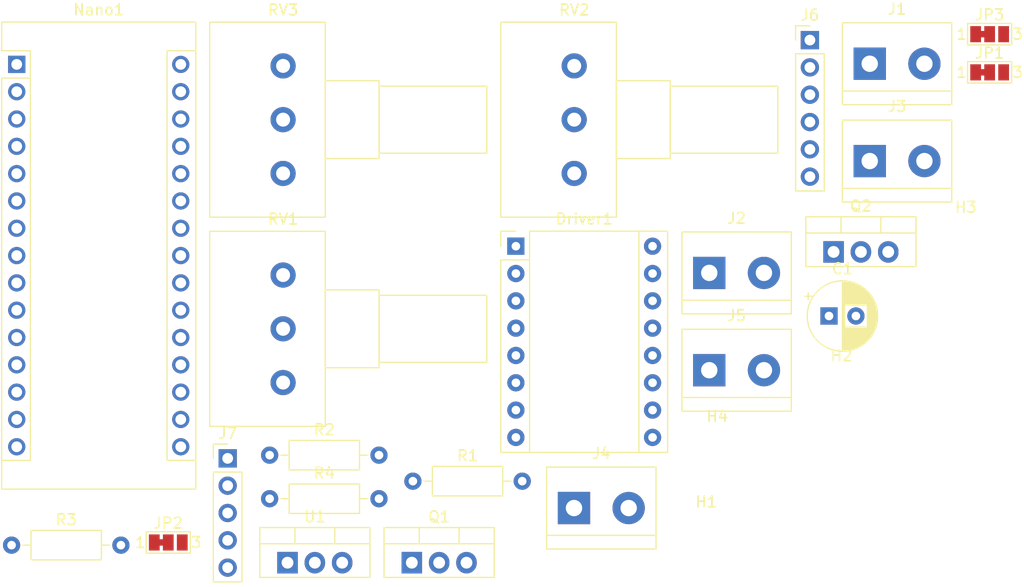
<source format=kicad_pcb>
(kicad_pcb (version 20171130) (host pcbnew 5.1.10-88a1d61d58~90~ubuntu20.04.1)

  (general
    (thickness 1.6)
    (drawings 0)
    (tracks 0)
    (zones 0)
    (modules 27)
    (nets 34)
  )

  (page A4)
  (layers
    (0 F.Cu signal)
    (31 B.Cu signal)
    (33 F.Adhes user)
    (35 F.Paste user)
    (37 F.SilkS user)
    (38 B.Mask user)
    (39 F.Mask user)
    (40 Dwgs.User user)
    (41 Cmts.User user)
    (42 Eco1.User user)
    (43 Eco2.User user)
    (44 Edge.Cuts user)
    (45 Margin user)
    (46 B.CrtYd user)
    (47 F.CrtYd user)
    (49 F.Fab user hide)
  )

  (setup
    (last_trace_width 0.5)
    (user_trace_width 1)
    (trace_clearance 0.2)
    (zone_clearance 0.508)
    (zone_45_only no)
    (trace_min 0.2)
    (via_size 0.8)
    (via_drill 0.4)
    (via_min_size 0.4)
    (via_min_drill 0.3)
    (uvia_size 0.3)
    (uvia_drill 0.1)
    (uvias_allowed no)
    (uvia_min_size 0.2)
    (uvia_min_drill 0.1)
    (edge_width 0.05)
    (segment_width 0.2)
    (pcb_text_width 0.3)
    (pcb_text_size 1.5 1.5)
    (mod_edge_width 0.12)
    (mod_text_size 1 1)
    (mod_text_width 0.15)
    (pad_size 1.524 1.524)
    (pad_drill 0.762)
    (pad_to_mask_clearance 0)
    (aux_axis_origin 0 0)
    (grid_origin 58.42 59.69)
    (visible_elements FFFFFF7F)
    (pcbplotparams
      (layerselection 0x010e0_ffffffff)
      (usegerberextensions false)
      (usegerberattributes true)
      (usegerberadvancedattributes true)
      (creategerberjobfile true)
      (excludeedgelayer true)
      (linewidth 0.100000)
      (plotframeref false)
      (viasonmask false)
      (mode 1)
      (useauxorigin false)
      (hpglpennumber 1)
      (hpglpenspeed 20)
      (hpglpendiameter 15.000000)
      (psnegative false)
      (psa4output false)
      (plotreference true)
      (plotvalue true)
      (plotinvisibletext false)
      (padsonsilk false)
      (subtractmaskfromsilk false)
      (outputformat 1)
      (mirror false)
      (drillshape 0)
      (scaleselection 1)
      (outputdirectory ""))
  )

  (net 0 "")
  (net 1 "Net-(Driver1-Pad16)")
  (net 2 +12V)
  (net 3 "Net-(Driver1-Pad15)")
  (net 4 GND)
  (net 5 "Net-(Driver1-Pad6)")
  (net 6 "Net-(Driver1-Pad13)")
  (net 7 "Net-(Driver1-Pad5)")
  (net 8 "Net-(Driver1-Pad4)")
  (net 9 "Net-(Driver1-Pad3)")
  (net 10 +5V)
  (net 11 "Net-(Driver1-Pad9)")
  (net 12 "Net-(Nano1-Pad21)")
  (net 13 "Net-(Nano1-Pad20)")
  (net 14 "Net-(Nano1-Pad19)")
  (net 15 "Net-(Nano1-Pad8)")
  (net 16 "Net-(Q1-Pad1)")
  (net 17 "Net-(Q2-Pad1)")
  (net 18 "Net-(J4-Pad1)")
  (net 19 "Net-(J5-Pad1)")
  (net 20 "Net-(J6-Pad1)")
  (net 21 "Net-(Driver1-Pad12)")
  (net 22 "Net-(Driver1-Pad11)")
  (net 23 "Net-(Driver1-Pad10)")
  (net 24 "Net-(J6-Pad6)")
  (net 25 "Net-(J6-Pad5)")
  (net 26 "Net-(J6-Pad4)")
  (net 27 "Net-(J6-Pad3)")
  (net 28 "Net-(J6-Pad2)")
  (net 29 "Net-(J7-Pad5)")
  (net 30 "Net-(J7-Pad4)")
  (net 31 "Net-(J7-Pad3)")
  (net 32 "Net-(J7-Pad2)")
  (net 33 "Net-(J7-Pad1)")

  (net_class Default "This is the default net class."
    (clearance 0.2)
    (trace_width 0.5)
    (via_dia 0.8)
    (via_drill 0.4)
    (uvia_dia 0.3)
    (uvia_drill 0.1)
    (add_net "Net-(Driver1-Pad10)")
    (add_net "Net-(Driver1-Pad11)")
    (add_net "Net-(Driver1-Pad12)")
    (add_net "Net-(Driver1-Pad13)")
    (add_net "Net-(Driver1-Pad15)")
    (add_net "Net-(Driver1-Pad16)")
    (add_net "Net-(Driver1-Pad3)")
    (add_net "Net-(Driver1-Pad4)")
    (add_net "Net-(Driver1-Pad5)")
    (add_net "Net-(Driver1-Pad6)")
    (add_net "Net-(Driver1-Pad9)")
    (add_net "Net-(J6-Pad2)")
    (add_net "Net-(J6-Pad3)")
    (add_net "Net-(J6-Pad4)")
    (add_net "Net-(J6-Pad5)")
    (add_net "Net-(J6-Pad6)")
    (add_net "Net-(J7-Pad1)")
    (add_net "Net-(J7-Pad2)")
    (add_net "Net-(J7-Pad3)")
    (add_net "Net-(J7-Pad4)")
    (add_net "Net-(J7-Pad5)")
    (add_net "Net-(Nano1-Pad1)")
    (add_net "Net-(Nano1-Pad17)")
    (add_net "Net-(Nano1-Pad18)")
    (add_net "Net-(Nano1-Pad19)")
    (add_net "Net-(Nano1-Pad2)")
    (add_net "Net-(Nano1-Pad20)")
    (add_net "Net-(Nano1-Pad21)")
    (add_net "Net-(Nano1-Pad28)")
    (add_net "Net-(Nano1-Pad3)")
    (add_net "Net-(Nano1-Pad30)")
    (add_net "Net-(Nano1-Pad8)")
  )

  (net_class Power ""
    (clearance 0.2)
    (trace_width 1)
    (via_dia 0.8)
    (via_drill 0.4)
    (uvia_dia 0.3)
    (uvia_drill 0.1)
    (add_net +12V)
    (add_net +5V)
    (add_net GND)
    (add_net "Net-(J4-Pad1)")
    (add_net "Net-(J5-Pad1)")
    (add_net "Net-(J6-Pad1)")
    (add_net "Net-(Q1-Pad1)")
    (add_net "Net-(Q2-Pad1)")
  )

  (module Package_TO_SOT_THT:TO-220-3_Vertical (layer F.Cu) (tedit 5AC8BA0D) (tstamp 615E4DCB)
    (at 110.974759 114.38)
    (descr "TO-220-3, Vertical, RM 2.54mm, see https://www.vishay.com/docs/66542/to-220-1.pdf")
    (tags "TO-220-3 Vertical RM 2.54mm")
    (path /615E50B0)
    (fp_text reference U1 (at 2.54 -4.27) (layer F.SilkS)
      (effects (font (size 1 1) (thickness 0.15)))
    )
    (fp_text value LM7805_TO220 (at 2.54 2.5) (layer F.Fab)
      (effects (font (size 1 1) (thickness 0.15)))
    )
    (fp_text user %R (at 2.54 -4.27) (layer F.Fab)
      (effects (font (size 1 1) (thickness 0.15)))
    )
    (fp_line (start -2.46 -3.15) (end -2.46 1.25) (layer F.Fab) (width 0.1))
    (fp_line (start -2.46 1.25) (end 7.54 1.25) (layer F.Fab) (width 0.1))
    (fp_line (start 7.54 1.25) (end 7.54 -3.15) (layer F.Fab) (width 0.1))
    (fp_line (start 7.54 -3.15) (end -2.46 -3.15) (layer F.Fab) (width 0.1))
    (fp_line (start -2.46 -1.88) (end 7.54 -1.88) (layer F.Fab) (width 0.1))
    (fp_line (start 0.69 -3.15) (end 0.69 -1.88) (layer F.Fab) (width 0.1))
    (fp_line (start 4.39 -3.15) (end 4.39 -1.88) (layer F.Fab) (width 0.1))
    (fp_line (start -2.58 -3.27) (end 7.66 -3.27) (layer F.SilkS) (width 0.12))
    (fp_line (start -2.58 1.371) (end 7.66 1.371) (layer F.SilkS) (width 0.12))
    (fp_line (start -2.58 -3.27) (end -2.58 1.371) (layer F.SilkS) (width 0.12))
    (fp_line (start 7.66 -3.27) (end 7.66 1.371) (layer F.SilkS) (width 0.12))
    (fp_line (start -2.58 -1.76) (end 7.66 -1.76) (layer F.SilkS) (width 0.12))
    (fp_line (start 0.69 -3.27) (end 0.69 -1.76) (layer F.SilkS) (width 0.12))
    (fp_line (start 4.391 -3.27) (end 4.391 -1.76) (layer F.SilkS) (width 0.12))
    (fp_line (start -2.71 -3.4) (end -2.71 1.51) (layer F.CrtYd) (width 0.05))
    (fp_line (start -2.71 1.51) (end 7.79 1.51) (layer F.CrtYd) (width 0.05))
    (fp_line (start 7.79 1.51) (end 7.79 -3.4) (layer F.CrtYd) (width 0.05))
    (fp_line (start 7.79 -3.4) (end -2.71 -3.4) (layer F.CrtYd) (width 0.05))
    (pad 3 thru_hole oval (at 5.08 0) (size 1.905 2) (drill 1.1) (layers *.Cu *.Mask)
      (net 10 +5V))
    (pad 2 thru_hole oval (at 2.54 0) (size 1.905 2) (drill 1.1) (layers *.Cu *.Mask)
      (net 4 GND))
    (pad 1 thru_hole rect (at 0 0) (size 1.905 2) (drill 1.1) (layers *.Cu *.Mask)
      (net 2 +12V))
    (model ${KISYS3DMOD}/Package_TO_SOT_THT.3dshapes/TO-220-3_Vertical.wrl
      (at (xyz 0 0 0))
      (scale (xyz 1 1 1))
      (rotate (xyz 0 0 0))
    )
  )

  (module Potentiometer_THT:Potentiometer_Alps_RK163_Single_Horizontal (layer F.Cu) (tedit 5A3D4993) (tstamp 615E4DB1)
    (at 110.564759 78.18)
    (descr "Potentiometer, horizontal, Alps RK163 Single, http://www.alps.com/prod/info/E/HTML/Potentiometer/RotaryPotentiometers/RK16/RK16_list.html")
    (tags "Potentiometer horizontal Alps RK163 Single")
    (path /615A5ABE)
    (fp_text reference RV3 (at 0 -15.2) (layer F.SilkS)
      (effects (font (size 1 1) (thickness 0.15)))
    )
    (fp_text value R_POT (at 0 5.2) (layer F.Fab)
      (effects (font (size 1 1) (thickness 0.15)))
    )
    (fp_text user %R (at -1.45 -5) (layer F.Fab)
      (effects (font (size 1 1) (thickness 0.15)))
    )
    (fp_line (start -6.7 -13.95) (end -6.7 3.95) (layer F.Fab) (width 0.1))
    (fp_line (start -6.7 3.95) (end 3.8 3.95) (layer F.Fab) (width 0.1))
    (fp_line (start 3.8 3.95) (end 3.8 -13.95) (layer F.Fab) (width 0.1))
    (fp_line (start 3.8 -13.95) (end -6.7 -13.95) (layer F.Fab) (width 0.1))
    (fp_line (start 3.8 -8.5) (end 3.8 -1.5) (layer F.Fab) (width 0.1))
    (fp_line (start 3.8 -1.5) (end 8.8 -1.5) (layer F.Fab) (width 0.1))
    (fp_line (start 8.8 -1.5) (end 8.8 -8.5) (layer F.Fab) (width 0.1))
    (fp_line (start 8.8 -8.5) (end 3.8 -8.5) (layer F.Fab) (width 0.1))
    (fp_line (start 8.8 -8) (end 8.8 -2) (layer F.Fab) (width 0.1))
    (fp_line (start 8.8 -2) (end 18.8 -2) (layer F.Fab) (width 0.1))
    (fp_line (start 18.8 -2) (end 18.8 -8) (layer F.Fab) (width 0.1))
    (fp_line (start 18.8 -8) (end 8.8 -8) (layer F.Fab) (width 0.1))
    (fp_line (start -6.82 -14.07) (end 3.92 -14.07) (layer F.SilkS) (width 0.12))
    (fp_line (start -6.82 4.07) (end 3.92 4.07) (layer F.SilkS) (width 0.12))
    (fp_line (start -6.82 -14.07) (end -6.82 4.07) (layer F.SilkS) (width 0.12))
    (fp_line (start 3.92 -14.07) (end 3.92 4.07) (layer F.SilkS) (width 0.12))
    (fp_line (start 3.92 -8.62) (end 8.92 -8.62) (layer F.SilkS) (width 0.12))
    (fp_line (start 3.92 -1.38) (end 8.92 -1.38) (layer F.SilkS) (width 0.12))
    (fp_line (start 3.92 -8.62) (end 3.92 -1.38) (layer F.SilkS) (width 0.12))
    (fp_line (start 8.92 -8.62) (end 8.92 -1.38) (layer F.SilkS) (width 0.12))
    (fp_line (start 8.92 -8.12) (end 18.92 -8.12) (layer F.SilkS) (width 0.12))
    (fp_line (start 8.92 -1.879) (end 18.92 -1.879) (layer F.SilkS) (width 0.12))
    (fp_line (start 8.92 -8.12) (end 8.92 -1.879) (layer F.SilkS) (width 0.12))
    (fp_line (start 18.92 -8.12) (end 18.92 -1.879) (layer F.SilkS) (width 0.12))
    (fp_line (start -6.95 -14.2) (end -6.95 4.2) (layer F.CrtYd) (width 0.05))
    (fp_line (start -6.95 4.2) (end 19.05 4.2) (layer F.CrtYd) (width 0.05))
    (fp_line (start 19.05 4.2) (end 19.05 -14.2) (layer F.CrtYd) (width 0.05))
    (fp_line (start 19.05 -14.2) (end -6.95 -14.2) (layer F.CrtYd) (width 0.05))
    (pad 1 thru_hole circle (at 0 0) (size 2.34 2.34) (drill 1.3) (layers *.Cu *.Mask)
      (net 10 +5V))
    (pad 2 thru_hole circle (at 0 -5) (size 2.34 2.34) (drill 1.3) (layers *.Cu *.Mask)
      (net 12 "Net-(Nano1-Pad21)"))
    (pad 3 thru_hole circle (at 0 -10) (size 2.34 2.34) (drill 1.3) (layers *.Cu *.Mask)
      (net 4 GND))
    (model ${KISYS3DMOD}/Potentiometer_THT.3dshapes/Potentiometer_Alps_RK163_Single_Horizontal.wrl
      (at (xyz 0 0 0))
      (scale (xyz 1 1 1))
      (rotate (xyz 0 0 0))
    )
  )

  (module Potentiometer_THT:Potentiometer_Alps_RK163_Single_Horizontal (layer F.Cu) (tedit 5A3D4993) (tstamp 615E4D8D)
    (at 137.614759 78.18)
    (descr "Potentiometer, horizontal, Alps RK163 Single, http://www.alps.com/prod/info/E/HTML/Potentiometer/RotaryPotentiometers/RK16/RK16_list.html")
    (tags "Potentiometer horizontal Alps RK163 Single")
    (path /615A4DFE)
    (fp_text reference RV2 (at 0 -15.2) (layer F.SilkS)
      (effects (font (size 1 1) (thickness 0.15)))
    )
    (fp_text value R_POT (at 0 5.2) (layer F.Fab)
      (effects (font (size 1 1) (thickness 0.15)))
    )
    (fp_text user %R (at -1.45 -5) (layer F.Fab)
      (effects (font (size 1 1) (thickness 0.15)))
    )
    (fp_line (start -6.7 -13.95) (end -6.7 3.95) (layer F.Fab) (width 0.1))
    (fp_line (start -6.7 3.95) (end 3.8 3.95) (layer F.Fab) (width 0.1))
    (fp_line (start 3.8 3.95) (end 3.8 -13.95) (layer F.Fab) (width 0.1))
    (fp_line (start 3.8 -13.95) (end -6.7 -13.95) (layer F.Fab) (width 0.1))
    (fp_line (start 3.8 -8.5) (end 3.8 -1.5) (layer F.Fab) (width 0.1))
    (fp_line (start 3.8 -1.5) (end 8.8 -1.5) (layer F.Fab) (width 0.1))
    (fp_line (start 8.8 -1.5) (end 8.8 -8.5) (layer F.Fab) (width 0.1))
    (fp_line (start 8.8 -8.5) (end 3.8 -8.5) (layer F.Fab) (width 0.1))
    (fp_line (start 8.8 -8) (end 8.8 -2) (layer F.Fab) (width 0.1))
    (fp_line (start 8.8 -2) (end 18.8 -2) (layer F.Fab) (width 0.1))
    (fp_line (start 18.8 -2) (end 18.8 -8) (layer F.Fab) (width 0.1))
    (fp_line (start 18.8 -8) (end 8.8 -8) (layer F.Fab) (width 0.1))
    (fp_line (start -6.82 -14.07) (end 3.92 -14.07) (layer F.SilkS) (width 0.12))
    (fp_line (start -6.82 4.07) (end 3.92 4.07) (layer F.SilkS) (width 0.12))
    (fp_line (start -6.82 -14.07) (end -6.82 4.07) (layer F.SilkS) (width 0.12))
    (fp_line (start 3.92 -14.07) (end 3.92 4.07) (layer F.SilkS) (width 0.12))
    (fp_line (start 3.92 -8.62) (end 8.92 -8.62) (layer F.SilkS) (width 0.12))
    (fp_line (start 3.92 -1.38) (end 8.92 -1.38) (layer F.SilkS) (width 0.12))
    (fp_line (start 3.92 -8.62) (end 3.92 -1.38) (layer F.SilkS) (width 0.12))
    (fp_line (start 8.92 -8.62) (end 8.92 -1.38) (layer F.SilkS) (width 0.12))
    (fp_line (start 8.92 -8.12) (end 18.92 -8.12) (layer F.SilkS) (width 0.12))
    (fp_line (start 8.92 -1.879) (end 18.92 -1.879) (layer F.SilkS) (width 0.12))
    (fp_line (start 8.92 -8.12) (end 8.92 -1.879) (layer F.SilkS) (width 0.12))
    (fp_line (start 18.92 -8.12) (end 18.92 -1.879) (layer F.SilkS) (width 0.12))
    (fp_line (start -6.95 -14.2) (end -6.95 4.2) (layer F.CrtYd) (width 0.05))
    (fp_line (start -6.95 4.2) (end 19.05 4.2) (layer F.CrtYd) (width 0.05))
    (fp_line (start 19.05 4.2) (end 19.05 -14.2) (layer F.CrtYd) (width 0.05))
    (fp_line (start 19.05 -14.2) (end -6.95 -14.2) (layer F.CrtYd) (width 0.05))
    (pad 1 thru_hole circle (at 0 0) (size 2.34 2.34) (drill 1.3) (layers *.Cu *.Mask)
      (net 10 +5V))
    (pad 2 thru_hole circle (at 0 -5) (size 2.34 2.34) (drill 1.3) (layers *.Cu *.Mask)
      (net 13 "Net-(Nano1-Pad20)"))
    (pad 3 thru_hole circle (at 0 -10) (size 2.34 2.34) (drill 1.3) (layers *.Cu *.Mask)
      (net 4 GND))
    (model ${KISYS3DMOD}/Potentiometer_THT.3dshapes/Potentiometer_Alps_RK163_Single_Horizontal.wrl
      (at (xyz 0 0 0))
      (scale (xyz 1 1 1))
      (rotate (xyz 0 0 0))
    )
  )

  (module Potentiometer_THT:Potentiometer_Alps_RK163_Single_Horizontal (layer F.Cu) (tedit 5A3D4993) (tstamp 615E4D69)
    (at 110.564759 97.63)
    (descr "Potentiometer, horizontal, Alps RK163 Single, http://www.alps.com/prod/info/E/HTML/Potentiometer/RotaryPotentiometers/RK16/RK16_list.html")
    (tags "Potentiometer horizontal Alps RK163 Single")
    (path /615A05B6)
    (fp_text reference RV1 (at 0 -15.2) (layer F.SilkS)
      (effects (font (size 1 1) (thickness 0.15)))
    )
    (fp_text value R_POT (at 0 5.2) (layer F.Fab)
      (effects (font (size 1 1) (thickness 0.15)))
    )
    (fp_text user %R (at -1.45 -5) (layer F.Fab)
      (effects (font (size 1 1) (thickness 0.15)))
    )
    (fp_line (start -6.7 -13.95) (end -6.7 3.95) (layer F.Fab) (width 0.1))
    (fp_line (start -6.7 3.95) (end 3.8 3.95) (layer F.Fab) (width 0.1))
    (fp_line (start 3.8 3.95) (end 3.8 -13.95) (layer F.Fab) (width 0.1))
    (fp_line (start 3.8 -13.95) (end -6.7 -13.95) (layer F.Fab) (width 0.1))
    (fp_line (start 3.8 -8.5) (end 3.8 -1.5) (layer F.Fab) (width 0.1))
    (fp_line (start 3.8 -1.5) (end 8.8 -1.5) (layer F.Fab) (width 0.1))
    (fp_line (start 8.8 -1.5) (end 8.8 -8.5) (layer F.Fab) (width 0.1))
    (fp_line (start 8.8 -8.5) (end 3.8 -8.5) (layer F.Fab) (width 0.1))
    (fp_line (start 8.8 -8) (end 8.8 -2) (layer F.Fab) (width 0.1))
    (fp_line (start 8.8 -2) (end 18.8 -2) (layer F.Fab) (width 0.1))
    (fp_line (start 18.8 -2) (end 18.8 -8) (layer F.Fab) (width 0.1))
    (fp_line (start 18.8 -8) (end 8.8 -8) (layer F.Fab) (width 0.1))
    (fp_line (start -6.82 -14.07) (end 3.92 -14.07) (layer F.SilkS) (width 0.12))
    (fp_line (start -6.82 4.07) (end 3.92 4.07) (layer F.SilkS) (width 0.12))
    (fp_line (start -6.82 -14.07) (end -6.82 4.07) (layer F.SilkS) (width 0.12))
    (fp_line (start 3.92 -14.07) (end 3.92 4.07) (layer F.SilkS) (width 0.12))
    (fp_line (start 3.92 -8.62) (end 8.92 -8.62) (layer F.SilkS) (width 0.12))
    (fp_line (start 3.92 -1.38) (end 8.92 -1.38) (layer F.SilkS) (width 0.12))
    (fp_line (start 3.92 -8.62) (end 3.92 -1.38) (layer F.SilkS) (width 0.12))
    (fp_line (start 8.92 -8.62) (end 8.92 -1.38) (layer F.SilkS) (width 0.12))
    (fp_line (start 8.92 -8.12) (end 18.92 -8.12) (layer F.SilkS) (width 0.12))
    (fp_line (start 8.92 -1.879) (end 18.92 -1.879) (layer F.SilkS) (width 0.12))
    (fp_line (start 8.92 -8.12) (end 8.92 -1.879) (layer F.SilkS) (width 0.12))
    (fp_line (start 18.92 -8.12) (end 18.92 -1.879) (layer F.SilkS) (width 0.12))
    (fp_line (start -6.95 -14.2) (end -6.95 4.2) (layer F.CrtYd) (width 0.05))
    (fp_line (start -6.95 4.2) (end 19.05 4.2) (layer F.CrtYd) (width 0.05))
    (fp_line (start 19.05 4.2) (end 19.05 -14.2) (layer F.CrtYd) (width 0.05))
    (fp_line (start 19.05 -14.2) (end -6.95 -14.2) (layer F.CrtYd) (width 0.05))
    (pad 1 thru_hole circle (at 0 0) (size 2.34 2.34) (drill 1.3) (layers *.Cu *.Mask)
      (net 10 +5V))
    (pad 2 thru_hole circle (at 0 -5) (size 2.34 2.34) (drill 1.3) (layers *.Cu *.Mask)
      (net 14 "Net-(Nano1-Pad19)"))
    (pad 3 thru_hole circle (at 0 -10) (size 2.34 2.34) (drill 1.3) (layers *.Cu *.Mask)
      (net 4 GND))
    (model ${KISYS3DMOD}/Potentiometer_THT.3dshapes/Potentiometer_Alps_RK163_Single_Horizontal.wrl
      (at (xyz 0 0 0))
      (scale (xyz 1 1 1))
      (rotate (xyz 0 0 0))
    )
  )

  (module Resistor_THT:R_Axial_DIN0207_L6.3mm_D2.5mm_P10.16mm_Horizontal (layer F.Cu) (tedit 5AE5139B) (tstamp 615E4D45)
    (at 109.314759 108.43)
    (descr "Resistor, Axial_DIN0207 series, Axial, Horizontal, pin pitch=10.16mm, 0.25W = 1/4W, length*diameter=6.3*2.5mm^2, http://cdn-reichelt.de/documents/datenblatt/B400/1_4W%23YAG.pdf")
    (tags "Resistor Axial_DIN0207 series Axial Horizontal pin pitch 10.16mm 0.25W = 1/4W length 6.3mm diameter 2.5mm")
    (path /615A675D)
    (fp_text reference R4 (at 5.08 -2.37) (layer F.SilkS)
      (effects (font (size 1 1) (thickness 0.15)))
    )
    (fp_text value 100K (at 5.08 2.37) (layer F.Fab)
      (effects (font (size 1 1) (thickness 0.15)))
    )
    (fp_text user %R (at 5.08 0) (layer F.Fab)
      (effects (font (size 1 1) (thickness 0.15)))
    )
    (fp_line (start 1.93 -1.25) (end 1.93 1.25) (layer F.Fab) (width 0.1))
    (fp_line (start 1.93 1.25) (end 8.23 1.25) (layer F.Fab) (width 0.1))
    (fp_line (start 8.23 1.25) (end 8.23 -1.25) (layer F.Fab) (width 0.1))
    (fp_line (start 8.23 -1.25) (end 1.93 -1.25) (layer F.Fab) (width 0.1))
    (fp_line (start 0 0) (end 1.93 0) (layer F.Fab) (width 0.1))
    (fp_line (start 10.16 0) (end 8.23 0) (layer F.Fab) (width 0.1))
    (fp_line (start 1.81 -1.37) (end 1.81 1.37) (layer F.SilkS) (width 0.12))
    (fp_line (start 1.81 1.37) (end 8.35 1.37) (layer F.SilkS) (width 0.12))
    (fp_line (start 8.35 1.37) (end 8.35 -1.37) (layer F.SilkS) (width 0.12))
    (fp_line (start 8.35 -1.37) (end 1.81 -1.37) (layer F.SilkS) (width 0.12))
    (fp_line (start 1.04 0) (end 1.81 0) (layer F.SilkS) (width 0.12))
    (fp_line (start 9.12 0) (end 8.35 0) (layer F.SilkS) (width 0.12))
    (fp_line (start -1.05 -1.5) (end -1.05 1.5) (layer F.CrtYd) (width 0.05))
    (fp_line (start -1.05 1.5) (end 11.21 1.5) (layer F.CrtYd) (width 0.05))
    (fp_line (start 11.21 1.5) (end 11.21 -1.5) (layer F.CrtYd) (width 0.05))
    (fp_line (start 11.21 -1.5) (end -1.05 -1.5) (layer F.CrtYd) (width 0.05))
    (pad 2 thru_hole oval (at 10.16 0) (size 1.6 1.6) (drill 0.8) (layers *.Cu *.Mask)
      (net 4 GND))
    (pad 1 thru_hole circle (at 0 0) (size 1.6 1.6) (drill 0.8) (layers *.Cu *.Mask)
      (net 17 "Net-(Q2-Pad1)"))
    (model ${KISYS3DMOD}/Resistor_THT.3dshapes/R_Axial_DIN0207_L6.3mm_D2.5mm_P10.16mm_Horizontal.wrl
      (at (xyz 0 0 0))
      (scale (xyz 1 1 1))
      (rotate (xyz 0 0 0))
    )
  )

  (module Resistor_THT:R_Axial_DIN0207_L6.3mm_D2.5mm_P10.16mm_Horizontal (layer F.Cu) (tedit 5AE5139B) (tstamp 615E4D2E)
    (at 85.334759 112.75)
    (descr "Resistor, Axial_DIN0207 series, Axial, Horizontal, pin pitch=10.16mm, 0.25W = 1/4W, length*diameter=6.3*2.5mm^2, http://cdn-reichelt.de/documents/datenblatt/B400/1_4W%23YAG.pdf")
    (tags "Resistor Axial_DIN0207 series Axial Horizontal pin pitch 10.16mm 0.25W = 1/4W length 6.3mm diameter 2.5mm")
    (path /615B25FE)
    (fp_text reference R3 (at 5.08 -2.37) (layer F.SilkS)
      (effects (font (size 1 1) (thickness 0.15)))
    )
    (fp_text value 220 (at 5.08 2.37) (layer F.Fab)
      (effects (font (size 1 1) (thickness 0.15)))
    )
    (fp_text user %R (at 5.08 0) (layer F.Fab)
      (effects (font (size 1 1) (thickness 0.15)))
    )
    (fp_line (start 1.93 -1.25) (end 1.93 1.25) (layer F.Fab) (width 0.1))
    (fp_line (start 1.93 1.25) (end 8.23 1.25) (layer F.Fab) (width 0.1))
    (fp_line (start 8.23 1.25) (end 8.23 -1.25) (layer F.Fab) (width 0.1))
    (fp_line (start 8.23 -1.25) (end 1.93 -1.25) (layer F.Fab) (width 0.1))
    (fp_line (start 0 0) (end 1.93 0) (layer F.Fab) (width 0.1))
    (fp_line (start 10.16 0) (end 8.23 0) (layer F.Fab) (width 0.1))
    (fp_line (start 1.81 -1.37) (end 1.81 1.37) (layer F.SilkS) (width 0.12))
    (fp_line (start 1.81 1.37) (end 8.35 1.37) (layer F.SilkS) (width 0.12))
    (fp_line (start 8.35 1.37) (end 8.35 -1.37) (layer F.SilkS) (width 0.12))
    (fp_line (start 8.35 -1.37) (end 1.81 -1.37) (layer F.SilkS) (width 0.12))
    (fp_line (start 1.04 0) (end 1.81 0) (layer F.SilkS) (width 0.12))
    (fp_line (start 9.12 0) (end 8.35 0) (layer F.SilkS) (width 0.12))
    (fp_line (start -1.05 -1.5) (end -1.05 1.5) (layer F.CrtYd) (width 0.05))
    (fp_line (start -1.05 1.5) (end 11.21 1.5) (layer F.CrtYd) (width 0.05))
    (fp_line (start 11.21 1.5) (end 11.21 -1.5) (layer F.CrtYd) (width 0.05))
    (fp_line (start 11.21 -1.5) (end -1.05 -1.5) (layer F.CrtYd) (width 0.05))
    (pad 2 thru_hole oval (at 10.16 0) (size 1.6 1.6) (drill 0.8) (layers *.Cu *.Mask)
      (net 4 GND))
    (pad 1 thru_hole circle (at 0 0) (size 1.6 1.6) (drill 0.8) (layers *.Cu *.Mask)
      (net 17 "Net-(Q2-Pad1)"))
    (model ${KISYS3DMOD}/Resistor_THT.3dshapes/R_Axial_DIN0207_L6.3mm_D2.5mm_P10.16mm_Horizontal.wrl
      (at (xyz 0 0 0))
      (scale (xyz 1 1 1))
      (rotate (xyz 0 0 0))
    )
  )

  (module Resistor_THT:R_Axial_DIN0207_L6.3mm_D2.5mm_P10.16mm_Horizontal (layer F.Cu) (tedit 5AE5139B) (tstamp 615E4D17)
    (at 109.314759 104.38)
    (descr "Resistor, Axial_DIN0207 series, Axial, Horizontal, pin pitch=10.16mm, 0.25W = 1/4W, length*diameter=6.3*2.5mm^2, http://cdn-reichelt.de/documents/datenblatt/B400/1_4W%23YAG.pdf")
    (tags "Resistor Axial_DIN0207 series Axial Horizontal pin pitch 10.16mm 0.25W = 1/4W length 6.3mm diameter 2.5mm")
    (path /615A4916)
    (fp_text reference R2 (at 5.08 -2.37) (layer F.SilkS)
      (effects (font (size 1 1) (thickness 0.15)))
    )
    (fp_text value 100K (at 5.08 2.37) (layer F.Fab)
      (effects (font (size 1 1) (thickness 0.15)))
    )
    (fp_text user %R (at 5.08 0) (layer F.Fab)
      (effects (font (size 1 1) (thickness 0.15)))
    )
    (fp_line (start 1.93 -1.25) (end 1.93 1.25) (layer F.Fab) (width 0.1))
    (fp_line (start 1.93 1.25) (end 8.23 1.25) (layer F.Fab) (width 0.1))
    (fp_line (start 8.23 1.25) (end 8.23 -1.25) (layer F.Fab) (width 0.1))
    (fp_line (start 8.23 -1.25) (end 1.93 -1.25) (layer F.Fab) (width 0.1))
    (fp_line (start 0 0) (end 1.93 0) (layer F.Fab) (width 0.1))
    (fp_line (start 10.16 0) (end 8.23 0) (layer F.Fab) (width 0.1))
    (fp_line (start 1.81 -1.37) (end 1.81 1.37) (layer F.SilkS) (width 0.12))
    (fp_line (start 1.81 1.37) (end 8.35 1.37) (layer F.SilkS) (width 0.12))
    (fp_line (start 8.35 1.37) (end 8.35 -1.37) (layer F.SilkS) (width 0.12))
    (fp_line (start 8.35 -1.37) (end 1.81 -1.37) (layer F.SilkS) (width 0.12))
    (fp_line (start 1.04 0) (end 1.81 0) (layer F.SilkS) (width 0.12))
    (fp_line (start 9.12 0) (end 8.35 0) (layer F.SilkS) (width 0.12))
    (fp_line (start -1.05 -1.5) (end -1.05 1.5) (layer F.CrtYd) (width 0.05))
    (fp_line (start -1.05 1.5) (end 11.21 1.5) (layer F.CrtYd) (width 0.05))
    (fp_line (start 11.21 1.5) (end 11.21 -1.5) (layer F.CrtYd) (width 0.05))
    (fp_line (start 11.21 -1.5) (end -1.05 -1.5) (layer F.CrtYd) (width 0.05))
    (pad 2 thru_hole oval (at 10.16 0) (size 1.6 1.6) (drill 0.8) (layers *.Cu *.Mask)
      (net 4 GND))
    (pad 1 thru_hole circle (at 0 0) (size 1.6 1.6) (drill 0.8) (layers *.Cu *.Mask)
      (net 16 "Net-(Q1-Pad1)"))
    (model ${KISYS3DMOD}/Resistor_THT.3dshapes/R_Axial_DIN0207_L6.3mm_D2.5mm_P10.16mm_Horizontal.wrl
      (at (xyz 0 0 0))
      (scale (xyz 1 1 1))
      (rotate (xyz 0 0 0))
    )
  )

  (module Resistor_THT:R_Axial_DIN0207_L6.3mm_D2.5mm_P10.16mm_Horizontal (layer F.Cu) (tedit 5AE5139B) (tstamp 615E4D00)
    (at 122.624759 106.8)
    (descr "Resistor, Axial_DIN0207 series, Axial, Horizontal, pin pitch=10.16mm, 0.25W = 1/4W, length*diameter=6.3*2.5mm^2, http://cdn-reichelt.de/documents/datenblatt/B400/1_4W%23YAG.pdf")
    (tags "Resistor Axial_DIN0207 series Axial Horizontal pin pitch 10.16mm 0.25W = 1/4W length 6.3mm diameter 2.5mm")
    (path /615B1C39)
    (fp_text reference R1 (at 5.08 -2.37) (layer F.SilkS)
      (effects (font (size 1 1) (thickness 0.15)))
    )
    (fp_text value 220 (at 5.08 2.37) (layer F.Fab)
      (effects (font (size 1 1) (thickness 0.15)))
    )
    (fp_text user %R (at 5.08 0) (layer F.Fab)
      (effects (font (size 1 1) (thickness 0.15)))
    )
    (fp_line (start 1.93 -1.25) (end 1.93 1.25) (layer F.Fab) (width 0.1))
    (fp_line (start 1.93 1.25) (end 8.23 1.25) (layer F.Fab) (width 0.1))
    (fp_line (start 8.23 1.25) (end 8.23 -1.25) (layer F.Fab) (width 0.1))
    (fp_line (start 8.23 -1.25) (end 1.93 -1.25) (layer F.Fab) (width 0.1))
    (fp_line (start 0 0) (end 1.93 0) (layer F.Fab) (width 0.1))
    (fp_line (start 10.16 0) (end 8.23 0) (layer F.Fab) (width 0.1))
    (fp_line (start 1.81 -1.37) (end 1.81 1.37) (layer F.SilkS) (width 0.12))
    (fp_line (start 1.81 1.37) (end 8.35 1.37) (layer F.SilkS) (width 0.12))
    (fp_line (start 8.35 1.37) (end 8.35 -1.37) (layer F.SilkS) (width 0.12))
    (fp_line (start 8.35 -1.37) (end 1.81 -1.37) (layer F.SilkS) (width 0.12))
    (fp_line (start 1.04 0) (end 1.81 0) (layer F.SilkS) (width 0.12))
    (fp_line (start 9.12 0) (end 8.35 0) (layer F.SilkS) (width 0.12))
    (fp_line (start -1.05 -1.5) (end -1.05 1.5) (layer F.CrtYd) (width 0.05))
    (fp_line (start -1.05 1.5) (end 11.21 1.5) (layer F.CrtYd) (width 0.05))
    (fp_line (start 11.21 1.5) (end 11.21 -1.5) (layer F.CrtYd) (width 0.05))
    (fp_line (start 11.21 -1.5) (end -1.05 -1.5) (layer F.CrtYd) (width 0.05))
    (pad 2 thru_hole oval (at 10.16 0) (size 1.6 1.6) (drill 0.8) (layers *.Cu *.Mask)
      (net 15 "Net-(Nano1-Pad8)"))
    (pad 1 thru_hole circle (at 0 0) (size 1.6 1.6) (drill 0.8) (layers *.Cu *.Mask)
      (net 16 "Net-(Q1-Pad1)"))
    (model ${KISYS3DMOD}/Resistor_THT.3dshapes/R_Axial_DIN0207_L6.3mm_D2.5mm_P10.16mm_Horizontal.wrl
      (at (xyz 0 0 0))
      (scale (xyz 1 1 1))
      (rotate (xyz 0 0 0))
    )
  )

  (module Package_TO_SOT_THT:TO-220-3_Vertical (layer F.Cu) (tedit 5AC8BA0D) (tstamp 615E4CE9)
    (at 161.714759 85.48)
    (descr "TO-220-3, Vertical, RM 2.54mm, see https://www.vishay.com/docs/66542/to-220-1.pdf")
    (tags "TO-220-3 Vertical RM 2.54mm")
    (path /615946C9)
    (fp_text reference Q2 (at 2.54 -4.27) (layer F.SilkS)
      (effects (font (size 1 1) (thickness 0.15)))
    )
    (fp_text value IRLB8721PBF (at 2.54 2.5) (layer F.Fab)
      (effects (font (size 1 1) (thickness 0.15)))
    )
    (fp_text user %R (at 2.54 -4.27) (layer F.Fab)
      (effects (font (size 1 1) (thickness 0.15)))
    )
    (fp_line (start -2.46 -3.15) (end -2.46 1.25) (layer F.Fab) (width 0.1))
    (fp_line (start -2.46 1.25) (end 7.54 1.25) (layer F.Fab) (width 0.1))
    (fp_line (start 7.54 1.25) (end 7.54 -3.15) (layer F.Fab) (width 0.1))
    (fp_line (start 7.54 -3.15) (end -2.46 -3.15) (layer F.Fab) (width 0.1))
    (fp_line (start -2.46 -1.88) (end 7.54 -1.88) (layer F.Fab) (width 0.1))
    (fp_line (start 0.69 -3.15) (end 0.69 -1.88) (layer F.Fab) (width 0.1))
    (fp_line (start 4.39 -3.15) (end 4.39 -1.88) (layer F.Fab) (width 0.1))
    (fp_line (start -2.58 -3.27) (end 7.66 -3.27) (layer F.SilkS) (width 0.12))
    (fp_line (start -2.58 1.371) (end 7.66 1.371) (layer F.SilkS) (width 0.12))
    (fp_line (start -2.58 -3.27) (end -2.58 1.371) (layer F.SilkS) (width 0.12))
    (fp_line (start 7.66 -3.27) (end 7.66 1.371) (layer F.SilkS) (width 0.12))
    (fp_line (start -2.58 -1.76) (end 7.66 -1.76) (layer F.SilkS) (width 0.12))
    (fp_line (start 0.69 -3.27) (end 0.69 -1.76) (layer F.SilkS) (width 0.12))
    (fp_line (start 4.391 -3.27) (end 4.391 -1.76) (layer F.SilkS) (width 0.12))
    (fp_line (start -2.71 -3.4) (end -2.71 1.51) (layer F.CrtYd) (width 0.05))
    (fp_line (start -2.71 1.51) (end 7.79 1.51) (layer F.CrtYd) (width 0.05))
    (fp_line (start 7.79 1.51) (end 7.79 -3.4) (layer F.CrtYd) (width 0.05))
    (fp_line (start 7.79 -3.4) (end -2.71 -3.4) (layer F.CrtYd) (width 0.05))
    (pad 3 thru_hole oval (at 5.08 0) (size 1.905 2) (drill 1.1) (layers *.Cu *.Mask)
      (net 4 GND))
    (pad 2 thru_hole oval (at 2.54 0) (size 1.905 2) (drill 1.1) (layers *.Cu *.Mask)
      (net 19 "Net-(J5-Pad1)"))
    (pad 1 thru_hole rect (at 0 0) (size 1.905 2) (drill 1.1) (layers *.Cu *.Mask)
      (net 17 "Net-(Q2-Pad1)"))
    (model ${KISYS3DMOD}/Package_TO_SOT_THT.3dshapes/TO-220-3_Vertical.wrl
      (at (xyz 0 0 0))
      (scale (xyz 1 1 1))
      (rotate (xyz 0 0 0))
    )
  )

  (module Package_TO_SOT_THT:TO-220-3_Vertical (layer F.Cu) (tedit 5AC8BA0D) (tstamp 615E4CCF)
    (at 122.524759 114.38)
    (descr "TO-220-3, Vertical, RM 2.54mm, see https://www.vishay.com/docs/66542/to-220-1.pdf")
    (tags "TO-220-3 Vertical RM 2.54mm")
    (path /6159288B)
    (fp_text reference Q1 (at 2.54 -4.27) (layer F.SilkS)
      (effects (font (size 1 1) (thickness 0.15)))
    )
    (fp_text value IRLB8721PBF (at 2.54 2.5) (layer F.Fab)
      (effects (font (size 1 1) (thickness 0.15)))
    )
    (fp_text user %R (at 2.54 -4.27) (layer F.Fab)
      (effects (font (size 1 1) (thickness 0.15)))
    )
    (fp_line (start -2.46 -3.15) (end -2.46 1.25) (layer F.Fab) (width 0.1))
    (fp_line (start -2.46 1.25) (end 7.54 1.25) (layer F.Fab) (width 0.1))
    (fp_line (start 7.54 1.25) (end 7.54 -3.15) (layer F.Fab) (width 0.1))
    (fp_line (start 7.54 -3.15) (end -2.46 -3.15) (layer F.Fab) (width 0.1))
    (fp_line (start -2.46 -1.88) (end 7.54 -1.88) (layer F.Fab) (width 0.1))
    (fp_line (start 0.69 -3.15) (end 0.69 -1.88) (layer F.Fab) (width 0.1))
    (fp_line (start 4.39 -3.15) (end 4.39 -1.88) (layer F.Fab) (width 0.1))
    (fp_line (start -2.58 -3.27) (end 7.66 -3.27) (layer F.SilkS) (width 0.12))
    (fp_line (start -2.58 1.371) (end 7.66 1.371) (layer F.SilkS) (width 0.12))
    (fp_line (start -2.58 -3.27) (end -2.58 1.371) (layer F.SilkS) (width 0.12))
    (fp_line (start 7.66 -3.27) (end 7.66 1.371) (layer F.SilkS) (width 0.12))
    (fp_line (start -2.58 -1.76) (end 7.66 -1.76) (layer F.SilkS) (width 0.12))
    (fp_line (start 0.69 -3.27) (end 0.69 -1.76) (layer F.SilkS) (width 0.12))
    (fp_line (start 4.391 -3.27) (end 4.391 -1.76) (layer F.SilkS) (width 0.12))
    (fp_line (start -2.71 -3.4) (end -2.71 1.51) (layer F.CrtYd) (width 0.05))
    (fp_line (start -2.71 1.51) (end 7.79 1.51) (layer F.CrtYd) (width 0.05))
    (fp_line (start 7.79 1.51) (end 7.79 -3.4) (layer F.CrtYd) (width 0.05))
    (fp_line (start 7.79 -3.4) (end -2.71 -3.4) (layer F.CrtYd) (width 0.05))
    (pad 3 thru_hole oval (at 5.08 0) (size 1.905 2) (drill 1.1) (layers *.Cu *.Mask)
      (net 4 GND))
    (pad 2 thru_hole oval (at 2.54 0) (size 1.905 2) (drill 1.1) (layers *.Cu *.Mask)
      (net 18 "Net-(J4-Pad1)"))
    (pad 1 thru_hole rect (at 0 0) (size 1.905 2) (drill 1.1) (layers *.Cu *.Mask)
      (net 16 "Net-(Q1-Pad1)"))
    (model ${KISYS3DMOD}/Package_TO_SOT_THT.3dshapes/TO-220-3_Vertical.wrl
      (at (xyz 0 0 0))
      (scale (xyz 1 1 1))
      (rotate (xyz 0 0 0))
    )
  )

  (module Module:Arduino_Nano (layer F.Cu) (tedit 58ACAF70) (tstamp 615E4CB5)
    (at 85.814759 68.04)
    (descr "Arduino Nano, http://www.mouser.com/pdfdocs/Gravitech_Arduino_Nano3_0.pdf")
    (tags "Arduino Nano")
    (path /61571B58)
    (fp_text reference Nano1 (at 7.62 -5.08) (layer F.SilkS)
      (effects (font (size 1 1) (thickness 0.15)))
    )
    (fp_text value Arduino_Nano_v3.x (at 8.89 19.05 90) (layer F.Fab)
      (effects (font (size 1 1) (thickness 0.15)))
    )
    (fp_text user %R (at 6.35 19.05 90) (layer F.Fab)
      (effects (font (size 1 1) (thickness 0.15)))
    )
    (fp_line (start 1.27 1.27) (end 1.27 -1.27) (layer F.SilkS) (width 0.12))
    (fp_line (start 1.27 -1.27) (end -1.4 -1.27) (layer F.SilkS) (width 0.12))
    (fp_line (start -1.4 1.27) (end -1.4 39.5) (layer F.SilkS) (width 0.12))
    (fp_line (start -1.4 -3.94) (end -1.4 -1.27) (layer F.SilkS) (width 0.12))
    (fp_line (start 13.97 -1.27) (end 16.64 -1.27) (layer F.SilkS) (width 0.12))
    (fp_line (start 13.97 -1.27) (end 13.97 36.83) (layer F.SilkS) (width 0.12))
    (fp_line (start 13.97 36.83) (end 16.64 36.83) (layer F.SilkS) (width 0.12))
    (fp_line (start 1.27 1.27) (end -1.4 1.27) (layer F.SilkS) (width 0.12))
    (fp_line (start 1.27 1.27) (end 1.27 36.83) (layer F.SilkS) (width 0.12))
    (fp_line (start 1.27 36.83) (end -1.4 36.83) (layer F.SilkS) (width 0.12))
    (fp_line (start 3.81 31.75) (end 11.43 31.75) (layer F.Fab) (width 0.1))
    (fp_line (start 11.43 31.75) (end 11.43 41.91) (layer F.Fab) (width 0.1))
    (fp_line (start 11.43 41.91) (end 3.81 41.91) (layer F.Fab) (width 0.1))
    (fp_line (start 3.81 41.91) (end 3.81 31.75) (layer F.Fab) (width 0.1))
    (fp_line (start -1.4 39.5) (end 16.64 39.5) (layer F.SilkS) (width 0.12))
    (fp_line (start 16.64 39.5) (end 16.64 -3.94) (layer F.SilkS) (width 0.12))
    (fp_line (start 16.64 -3.94) (end -1.4 -3.94) (layer F.SilkS) (width 0.12))
    (fp_line (start 16.51 39.37) (end -1.27 39.37) (layer F.Fab) (width 0.1))
    (fp_line (start -1.27 39.37) (end -1.27 -2.54) (layer F.Fab) (width 0.1))
    (fp_line (start -1.27 -2.54) (end 0 -3.81) (layer F.Fab) (width 0.1))
    (fp_line (start 0 -3.81) (end 16.51 -3.81) (layer F.Fab) (width 0.1))
    (fp_line (start 16.51 -3.81) (end 16.51 39.37) (layer F.Fab) (width 0.1))
    (fp_line (start -1.53 -4.06) (end 16.75 -4.06) (layer F.CrtYd) (width 0.05))
    (fp_line (start -1.53 -4.06) (end -1.53 42.16) (layer F.CrtYd) (width 0.05))
    (fp_line (start 16.75 42.16) (end 16.75 -4.06) (layer F.CrtYd) (width 0.05))
    (fp_line (start 16.75 42.16) (end -1.53 42.16) (layer F.CrtYd) (width 0.05))
    (pad 16 thru_hole oval (at 15.24 35.56) (size 1.6 1.6) (drill 1) (layers *.Cu *.Mask)
      (net 24 "Net-(J6-Pad6)"))
    (pad 15 thru_hole oval (at 0 35.56) (size 1.6 1.6) (drill 1) (layers *.Cu *.Mask)
      (net 25 "Net-(J6-Pad5)"))
    (pad 30 thru_hole oval (at 15.24 0) (size 1.6 1.6) (drill 1) (layers *.Cu *.Mask))
    (pad 14 thru_hole oval (at 0 33.02) (size 1.6 1.6) (drill 1) (layers *.Cu *.Mask)
      (net 26 "Net-(J6-Pad4)"))
    (pad 29 thru_hole oval (at 15.24 2.54) (size 1.6 1.6) (drill 1) (layers *.Cu *.Mask)
      (net 4 GND))
    (pad 13 thru_hole oval (at 0 30.48) (size 1.6 1.6) (drill 1) (layers *.Cu *.Mask)
      (net 27 "Net-(J6-Pad3)"))
    (pad 28 thru_hole oval (at 15.24 5.08) (size 1.6 1.6) (drill 1) (layers *.Cu *.Mask))
    (pad 12 thru_hole oval (at 0 27.94) (size 1.6 1.6) (drill 1) (layers *.Cu *.Mask)
      (net 28 "Net-(J6-Pad2)"))
    (pad 27 thru_hole oval (at 15.24 7.62) (size 1.6 1.6) (drill 1) (layers *.Cu *.Mask)
      (net 10 +5V))
    (pad 11 thru_hole oval (at 0 25.4) (size 1.6 1.6) (drill 1) (layers *.Cu *.Mask)
      (net 20 "Net-(J6-Pad1)"))
    (pad 26 thru_hole oval (at 15.24 10.16) (size 1.6 1.6) (drill 1) (layers *.Cu *.Mask)
      (net 33 "Net-(J7-Pad1)"))
    (pad 10 thru_hole oval (at 0 22.86) (size 1.6 1.6) (drill 1) (layers *.Cu *.Mask)
      (net 4 GND))
    (pad 25 thru_hole oval (at 15.24 12.7) (size 1.6 1.6) (drill 1) (layers *.Cu *.Mask)
      (net 32 "Net-(J7-Pad2)"))
    (pad 9 thru_hole oval (at 0 20.32) (size 1.6 1.6) (drill 1) (layers *.Cu *.Mask)
      (net 4 GND))
    (pad 24 thru_hole oval (at 15.24 15.24) (size 1.6 1.6) (drill 1) (layers *.Cu *.Mask)
      (net 31 "Net-(J7-Pad3)"))
    (pad 8 thru_hole oval (at 0 17.78) (size 1.6 1.6) (drill 1) (layers *.Cu *.Mask)
      (net 15 "Net-(Nano1-Pad8)"))
    (pad 23 thru_hole oval (at 15.24 17.78) (size 1.6 1.6) (drill 1) (layers *.Cu *.Mask)
      (net 30 "Net-(J7-Pad4)"))
    (pad 7 thru_hole oval (at 0 15.24) (size 1.6 1.6) (drill 1) (layers *.Cu *.Mask)
      (net 11 "Net-(Driver1-Pad9)"))
    (pad 22 thru_hole oval (at 15.24 20.32) (size 1.6 1.6) (drill 1) (layers *.Cu *.Mask)
      (net 29 "Net-(J7-Pad5)"))
    (pad 6 thru_hole oval (at 0 12.7) (size 1.6 1.6) (drill 1) (layers *.Cu *.Mask)
      (net 3 "Net-(Driver1-Pad15)"))
    (pad 21 thru_hole oval (at 15.24 22.86) (size 1.6 1.6) (drill 1) (layers *.Cu *.Mask)
      (net 12 "Net-(Nano1-Pad21)"))
    (pad 5 thru_hole oval (at 0 10.16) (size 1.6 1.6) (drill 1) (layers *.Cu *.Mask)
      (net 1 "Net-(Driver1-Pad16)"))
    (pad 20 thru_hole oval (at 15.24 25.4) (size 1.6 1.6) (drill 1) (layers *.Cu *.Mask)
      (net 13 "Net-(Nano1-Pad20)"))
    (pad 4 thru_hole oval (at 0 7.62) (size 1.6 1.6) (drill 1) (layers *.Cu *.Mask)
      (net 4 GND))
    (pad 19 thru_hole oval (at 15.24 27.94) (size 1.6 1.6) (drill 1) (layers *.Cu *.Mask)
      (net 14 "Net-(Nano1-Pad19)"))
    (pad 3 thru_hole oval (at 0 5.08) (size 1.6 1.6) (drill 1) (layers *.Cu *.Mask))
    (pad 18 thru_hole oval (at 15.24 30.48) (size 1.6 1.6) (drill 1) (layers *.Cu *.Mask))
    (pad 2 thru_hole oval (at 0 2.54) (size 1.6 1.6) (drill 1) (layers *.Cu *.Mask))
    (pad 17 thru_hole oval (at 15.24 33.02) (size 1.6 1.6) (drill 1) (layers *.Cu *.Mask))
    (pad 1 thru_hole rect (at 0 0) (size 1.6 1.6) (drill 1) (layers *.Cu *.Mask))
    (model ${KISYS3DMOD}/Module.3dshapes/Arduino_Nano_WithMountingHoles.wrl
      (at (xyz 0 0 0))
      (scale (xyz 1 1 1))
      (rotate (xyz 0 0 0))
    )
  )

  (module Jumper:SolderJumper-3_P1.3mm_Bridged12_Pad1.0x1.5mm_NumberLabels (layer F.Cu) (tedit 5C756B5B) (tstamp 615E4C78)
    (at 176.214759 65.23)
    (descr "SMD Solder Jumper, 1x1.5mm Pads, 0.3mm gap, pads 1-2 bridged with 1 copper strip, labeled with numbers")
    (tags "solder jumper open")
    (path /615CF697)
    (attr virtual)
    (fp_text reference JP3 (at 0 -1.8) (layer F.SilkS)
      (effects (font (size 1 1) (thickness 0.15)))
    )
    (fp_text value SolderJumper_3_Bridged12 (at 0 1.9) (layer F.Fab)
      (effects (font (size 1 1) (thickness 0.15)))
    )
    (fp_text user 1 (at -2.6 0) (layer F.SilkS)
      (effects (font (size 1 1) (thickness 0.15)))
    )
    (fp_text user 3 (at 2.6 0) (layer F.SilkS)
      (effects (font (size 1 1) (thickness 0.15)))
    )
    (fp_line (start -2.05 1) (end -2.05 -1) (layer F.SilkS) (width 0.12))
    (fp_line (start 2.05 1) (end -2.05 1) (layer F.SilkS) (width 0.12))
    (fp_line (start 2.05 -1) (end 2.05 1) (layer F.SilkS) (width 0.12))
    (fp_line (start -2.05 -1) (end 2.05 -1) (layer F.SilkS) (width 0.12))
    (fp_line (start -2.3 -1.25) (end 2.3 -1.25) (layer F.CrtYd) (width 0.05))
    (fp_line (start -2.3 -1.25) (end -2.3 1.25) (layer F.CrtYd) (width 0.05))
    (fp_line (start 2.3 1.25) (end 2.3 -1.25) (layer F.CrtYd) (width 0.05))
    (fp_line (start 2.3 1.25) (end -2.3 1.25) (layer F.CrtYd) (width 0.05))
    (fp_poly (pts (xy -0.9 -0.3) (xy -0.4 -0.3) (xy -0.4 0.3) (xy -0.9 0.3)) (layer F.Cu) (width 0))
    (pad 2 smd rect (at 0 0) (size 1 1.5) (layers F.Cu F.Mask)
      (net 21 "Net-(Driver1-Pad12)"))
    (pad 3 smd rect (at 1.3 0) (size 1 1.5) (layers F.Cu F.Mask)
      (net 10 +5V))
    (pad 1 smd rect (at -1.3 0) (size 1 1.5) (layers F.Cu F.Mask)
      (net 4 GND))
  )

  (module Jumper:SolderJumper-3_P1.3mm_Bridged12_Pad1.0x1.5mm_NumberLabels (layer F.Cu) (tedit 5C756B5B) (tstamp 615E4C66)
    (at 99.894759 112.5)
    (descr "SMD Solder Jumper, 1x1.5mm Pads, 0.3mm gap, pads 1-2 bridged with 1 copper strip, labeled with numbers")
    (tags "solder jumper open")
    (path /615C93FC)
    (attr virtual)
    (fp_text reference JP2 (at 0 -1.8) (layer F.SilkS)
      (effects (font (size 1 1) (thickness 0.15)))
    )
    (fp_text value SolderJumper_3_Bridged12 (at 0 1.9) (layer F.Fab)
      (effects (font (size 1 1) (thickness 0.15)))
    )
    (fp_text user 1 (at -2.6 0) (layer F.SilkS)
      (effects (font (size 1 1) (thickness 0.15)))
    )
    (fp_text user 3 (at 2.6 0) (layer F.SilkS)
      (effects (font (size 1 1) (thickness 0.15)))
    )
    (fp_line (start -2.05 1) (end -2.05 -1) (layer F.SilkS) (width 0.12))
    (fp_line (start 2.05 1) (end -2.05 1) (layer F.SilkS) (width 0.12))
    (fp_line (start 2.05 -1) (end 2.05 1) (layer F.SilkS) (width 0.12))
    (fp_line (start -2.05 -1) (end 2.05 -1) (layer F.SilkS) (width 0.12))
    (fp_line (start -2.3 -1.25) (end 2.3 -1.25) (layer F.CrtYd) (width 0.05))
    (fp_line (start -2.3 -1.25) (end -2.3 1.25) (layer F.CrtYd) (width 0.05))
    (fp_line (start 2.3 1.25) (end 2.3 -1.25) (layer F.CrtYd) (width 0.05))
    (fp_line (start 2.3 1.25) (end -2.3 1.25) (layer F.CrtYd) (width 0.05))
    (fp_poly (pts (xy -0.9 -0.3) (xy -0.4 -0.3) (xy -0.4 0.3) (xy -0.9 0.3)) (layer F.Cu) (width 0))
    (pad 2 smd rect (at 0 0) (size 1 1.5) (layers F.Cu F.Mask)
      (net 22 "Net-(Driver1-Pad11)"))
    (pad 3 smd rect (at 1.3 0) (size 1 1.5) (layers F.Cu F.Mask)
      (net 10 +5V))
    (pad 1 smd rect (at -1.3 0) (size 1 1.5) (layers F.Cu F.Mask)
      (net 4 GND))
  )

  (module Jumper:SolderJumper-3_P1.3mm_Bridged12_Pad1.0x1.5mm_NumberLabels (layer F.Cu) (tedit 5C756B5B) (tstamp 615E4C54)
    (at 176.214759 68.78)
    (descr "SMD Solder Jumper, 1x1.5mm Pads, 0.3mm gap, pads 1-2 bridged with 1 copper strip, labeled with numbers")
    (tags "solder jumper open")
    (path /615C72FF)
    (attr virtual)
    (fp_text reference JP1 (at 0 -1.8) (layer F.SilkS)
      (effects (font (size 1 1) (thickness 0.15)))
    )
    (fp_text value SolderJumper_3_Bridged12 (at 0 1.9) (layer F.Fab)
      (effects (font (size 1 1) (thickness 0.15)))
    )
    (fp_text user 1 (at -2.6 0) (layer F.SilkS)
      (effects (font (size 1 1) (thickness 0.15)))
    )
    (fp_text user 3 (at 2.6 0) (layer F.SilkS)
      (effects (font (size 1 1) (thickness 0.15)))
    )
    (fp_line (start -2.05 1) (end -2.05 -1) (layer F.SilkS) (width 0.12))
    (fp_line (start 2.05 1) (end -2.05 1) (layer F.SilkS) (width 0.12))
    (fp_line (start 2.05 -1) (end 2.05 1) (layer F.SilkS) (width 0.12))
    (fp_line (start -2.05 -1) (end 2.05 -1) (layer F.SilkS) (width 0.12))
    (fp_line (start -2.3 -1.25) (end 2.3 -1.25) (layer F.CrtYd) (width 0.05))
    (fp_line (start -2.3 -1.25) (end -2.3 1.25) (layer F.CrtYd) (width 0.05))
    (fp_line (start 2.3 1.25) (end 2.3 -1.25) (layer F.CrtYd) (width 0.05))
    (fp_line (start 2.3 1.25) (end -2.3 1.25) (layer F.CrtYd) (width 0.05))
    (fp_poly (pts (xy -0.9 -0.3) (xy -0.4 -0.3) (xy -0.4 0.3) (xy -0.9 0.3)) (layer F.Cu) (width 0))
    (pad 2 smd rect (at 0 0) (size 1 1.5) (layers F.Cu F.Mask)
      (net 23 "Net-(Driver1-Pad10)"))
    (pad 3 smd rect (at 1.3 0) (size 1 1.5) (layers F.Cu F.Mask)
      (net 10 +5V))
    (pad 1 smd rect (at -1.3 0) (size 1 1.5) (layers F.Cu F.Mask)
      (net 4 GND))
  )

  (module Connector_PinHeader_2.54mm:PinHeader_1x05_P2.54mm_Vertical (layer F.Cu) (tedit 59FED5CC) (tstamp 615E4C42)
    (at 105.414759 104.68)
    (descr "Through hole straight pin header, 1x05, 2.54mm pitch, single row")
    (tags "Through hole pin header THT 1x05 2.54mm single row")
    (path /6163FB69)
    (fp_text reference J7 (at 0 -2.33) (layer F.SilkS)
      (effects (font (size 1 1) (thickness 0.15)))
    )
    (fp_text value Conn_01x05_Male (at 0 12.49) (layer F.Fab)
      (effects (font (size 1 1) (thickness 0.15)))
    )
    (fp_text user %R (at 0 5.08 90) (layer F.Fab)
      (effects (font (size 1 1) (thickness 0.15)))
    )
    (fp_line (start -0.635 -1.27) (end 1.27 -1.27) (layer F.Fab) (width 0.1))
    (fp_line (start 1.27 -1.27) (end 1.27 11.43) (layer F.Fab) (width 0.1))
    (fp_line (start 1.27 11.43) (end -1.27 11.43) (layer F.Fab) (width 0.1))
    (fp_line (start -1.27 11.43) (end -1.27 -0.635) (layer F.Fab) (width 0.1))
    (fp_line (start -1.27 -0.635) (end -0.635 -1.27) (layer F.Fab) (width 0.1))
    (fp_line (start -1.33 11.49) (end 1.33 11.49) (layer F.SilkS) (width 0.12))
    (fp_line (start -1.33 1.27) (end -1.33 11.49) (layer F.SilkS) (width 0.12))
    (fp_line (start 1.33 1.27) (end 1.33 11.49) (layer F.SilkS) (width 0.12))
    (fp_line (start -1.33 1.27) (end 1.33 1.27) (layer F.SilkS) (width 0.12))
    (fp_line (start -1.33 0) (end -1.33 -1.33) (layer F.SilkS) (width 0.12))
    (fp_line (start -1.33 -1.33) (end 0 -1.33) (layer F.SilkS) (width 0.12))
    (fp_line (start -1.8 -1.8) (end -1.8 11.95) (layer F.CrtYd) (width 0.05))
    (fp_line (start -1.8 11.95) (end 1.8 11.95) (layer F.CrtYd) (width 0.05))
    (fp_line (start 1.8 11.95) (end 1.8 -1.8) (layer F.CrtYd) (width 0.05))
    (fp_line (start 1.8 -1.8) (end -1.8 -1.8) (layer F.CrtYd) (width 0.05))
    (pad 5 thru_hole oval (at 0 10.16) (size 1.7 1.7) (drill 1) (layers *.Cu *.Mask)
      (net 29 "Net-(J7-Pad5)"))
    (pad 4 thru_hole oval (at 0 7.62) (size 1.7 1.7) (drill 1) (layers *.Cu *.Mask)
      (net 30 "Net-(J7-Pad4)"))
    (pad 3 thru_hole oval (at 0 5.08) (size 1.7 1.7) (drill 1) (layers *.Cu *.Mask)
      (net 31 "Net-(J7-Pad3)"))
    (pad 2 thru_hole oval (at 0 2.54) (size 1.7 1.7) (drill 1) (layers *.Cu *.Mask)
      (net 32 "Net-(J7-Pad2)"))
    (pad 1 thru_hole rect (at 0 0) (size 1.7 1.7) (drill 1) (layers *.Cu *.Mask)
      (net 33 "Net-(J7-Pad1)"))
    (model ${KISYS3DMOD}/Connector_PinHeader_2.54mm.3dshapes/PinHeader_1x05_P2.54mm_Vertical.wrl
      (at (xyz 0 0 0))
      (scale (xyz 1 1 1))
      (rotate (xyz 0 0 0))
    )
  )

  (module Connector_PinHeader_2.54mm:PinHeader_1x06_P2.54mm_Vertical (layer F.Cu) (tedit 59FED5CC) (tstamp 615E4C29)
    (at 159.514759 65.78)
    (descr "Through hole straight pin header, 1x06, 2.54mm pitch, single row")
    (tags "Through hole pin header THT 1x06 2.54mm single row")
    (path /6163D794)
    (fp_text reference J6 (at 0 -2.33) (layer F.SilkS)
      (effects (font (size 1 1) (thickness 0.15)))
    )
    (fp_text value Conn_01x06_Male (at 0 15.03) (layer F.Fab)
      (effects (font (size 1 1) (thickness 0.15)))
    )
    (fp_text user %R (at 0 6.35 90) (layer F.Fab)
      (effects (font (size 1 1) (thickness 0.15)))
    )
    (fp_line (start -0.635 -1.27) (end 1.27 -1.27) (layer F.Fab) (width 0.1))
    (fp_line (start 1.27 -1.27) (end 1.27 13.97) (layer F.Fab) (width 0.1))
    (fp_line (start 1.27 13.97) (end -1.27 13.97) (layer F.Fab) (width 0.1))
    (fp_line (start -1.27 13.97) (end -1.27 -0.635) (layer F.Fab) (width 0.1))
    (fp_line (start -1.27 -0.635) (end -0.635 -1.27) (layer F.Fab) (width 0.1))
    (fp_line (start -1.33 14.03) (end 1.33 14.03) (layer F.SilkS) (width 0.12))
    (fp_line (start -1.33 1.27) (end -1.33 14.03) (layer F.SilkS) (width 0.12))
    (fp_line (start 1.33 1.27) (end 1.33 14.03) (layer F.SilkS) (width 0.12))
    (fp_line (start -1.33 1.27) (end 1.33 1.27) (layer F.SilkS) (width 0.12))
    (fp_line (start -1.33 0) (end -1.33 -1.33) (layer F.SilkS) (width 0.12))
    (fp_line (start -1.33 -1.33) (end 0 -1.33) (layer F.SilkS) (width 0.12))
    (fp_line (start -1.8 -1.8) (end -1.8 14.5) (layer F.CrtYd) (width 0.05))
    (fp_line (start -1.8 14.5) (end 1.8 14.5) (layer F.CrtYd) (width 0.05))
    (fp_line (start 1.8 14.5) (end 1.8 -1.8) (layer F.CrtYd) (width 0.05))
    (fp_line (start 1.8 -1.8) (end -1.8 -1.8) (layer F.CrtYd) (width 0.05))
    (pad 6 thru_hole oval (at 0 12.7) (size 1.7 1.7) (drill 1) (layers *.Cu *.Mask)
      (net 24 "Net-(J6-Pad6)"))
    (pad 5 thru_hole oval (at 0 10.16) (size 1.7 1.7) (drill 1) (layers *.Cu *.Mask)
      (net 25 "Net-(J6-Pad5)"))
    (pad 4 thru_hole oval (at 0 7.62) (size 1.7 1.7) (drill 1) (layers *.Cu *.Mask)
      (net 26 "Net-(J6-Pad4)"))
    (pad 3 thru_hole oval (at 0 5.08) (size 1.7 1.7) (drill 1) (layers *.Cu *.Mask)
      (net 27 "Net-(J6-Pad3)"))
    (pad 2 thru_hole oval (at 0 2.54) (size 1.7 1.7) (drill 1) (layers *.Cu *.Mask)
      (net 28 "Net-(J6-Pad2)"))
    (pad 1 thru_hole rect (at 0 0) (size 1.7 1.7) (drill 1) (layers *.Cu *.Mask)
      (net 20 "Net-(J6-Pad1)"))
    (model ${KISYS3DMOD}/Connector_PinHeader_2.54mm.3dshapes/PinHeader_1x06_P2.54mm_Vertical.wrl
      (at (xyz 0 0 0))
      (scale (xyz 1 1 1))
      (rotate (xyz 0 0 0))
    )
  )

  (module TerminalBlock:TerminalBlock_bornier-2_P5.08mm (layer F.Cu) (tedit 59FF03AB) (tstamp 615E4C0F)
    (at 150.164759 96.48)
    (descr "simple 2-pin terminal block, pitch 5.08mm, revamped version of bornier2")
    (tags "terminal block bornier2")
    (path /6160BB18)
    (fp_text reference J5 (at 2.54 -5.08) (layer F.SilkS)
      (effects (font (size 1 1) (thickness 0.15)))
    )
    (fp_text value Screw_Terminal_01x02 (at 2.54 5.08) (layer F.Fab)
      (effects (font (size 1 1) (thickness 0.15)))
    )
    (fp_text user %R (at 2.54 0) (layer F.Fab)
      (effects (font (size 1 1) (thickness 0.15)))
    )
    (fp_line (start -2.41 2.55) (end 7.49 2.55) (layer F.Fab) (width 0.1))
    (fp_line (start -2.46 -3.75) (end -2.46 3.75) (layer F.Fab) (width 0.1))
    (fp_line (start -2.46 3.75) (end 7.54 3.75) (layer F.Fab) (width 0.1))
    (fp_line (start 7.54 3.75) (end 7.54 -3.75) (layer F.Fab) (width 0.1))
    (fp_line (start 7.54 -3.75) (end -2.46 -3.75) (layer F.Fab) (width 0.1))
    (fp_line (start 7.62 2.54) (end -2.54 2.54) (layer F.SilkS) (width 0.12))
    (fp_line (start 7.62 3.81) (end 7.62 -3.81) (layer F.SilkS) (width 0.12))
    (fp_line (start 7.62 -3.81) (end -2.54 -3.81) (layer F.SilkS) (width 0.12))
    (fp_line (start -2.54 -3.81) (end -2.54 3.81) (layer F.SilkS) (width 0.12))
    (fp_line (start -2.54 3.81) (end 7.62 3.81) (layer F.SilkS) (width 0.12))
    (fp_line (start -2.71 -4) (end 7.79 -4) (layer F.CrtYd) (width 0.05))
    (fp_line (start -2.71 -4) (end -2.71 4) (layer F.CrtYd) (width 0.05))
    (fp_line (start 7.79 4) (end 7.79 -4) (layer F.CrtYd) (width 0.05))
    (fp_line (start 7.79 4) (end -2.71 4) (layer F.CrtYd) (width 0.05))
    (pad 2 thru_hole circle (at 5.08 0) (size 3 3) (drill 1.52) (layers *.Cu *.Mask)
      (net 2 +12V))
    (pad 1 thru_hole rect (at 0 0) (size 3 3) (drill 1.52) (layers *.Cu *.Mask)
      (net 19 "Net-(J5-Pad1)"))
    (model ${KISYS3DMOD}/TerminalBlock.3dshapes/TerminalBlock_bornier-2_P5.08mm.wrl
      (offset (xyz 2.539999961853027 0 0))
      (scale (xyz 1 1 1))
      (rotate (xyz 0 0 0))
    )
  )

  (module TerminalBlock:TerminalBlock_bornier-2_P5.08mm (layer F.Cu) (tedit 59FF03AB) (tstamp 615E4BFA)
    (at 137.594759 109.3)
    (descr "simple 2-pin terminal block, pitch 5.08mm, revamped version of bornier2")
    (tags "terminal block bornier2")
    (path /6160B45E)
    (fp_text reference J4 (at 2.54 -5.08) (layer F.SilkS)
      (effects (font (size 1 1) (thickness 0.15)))
    )
    (fp_text value Screw_Terminal_01x02 (at 2.54 5.08) (layer F.Fab)
      (effects (font (size 1 1) (thickness 0.15)))
    )
    (fp_text user %R (at 2.54 0) (layer F.Fab)
      (effects (font (size 1 1) (thickness 0.15)))
    )
    (fp_line (start -2.41 2.55) (end 7.49 2.55) (layer F.Fab) (width 0.1))
    (fp_line (start -2.46 -3.75) (end -2.46 3.75) (layer F.Fab) (width 0.1))
    (fp_line (start -2.46 3.75) (end 7.54 3.75) (layer F.Fab) (width 0.1))
    (fp_line (start 7.54 3.75) (end 7.54 -3.75) (layer F.Fab) (width 0.1))
    (fp_line (start 7.54 -3.75) (end -2.46 -3.75) (layer F.Fab) (width 0.1))
    (fp_line (start 7.62 2.54) (end -2.54 2.54) (layer F.SilkS) (width 0.12))
    (fp_line (start 7.62 3.81) (end 7.62 -3.81) (layer F.SilkS) (width 0.12))
    (fp_line (start 7.62 -3.81) (end -2.54 -3.81) (layer F.SilkS) (width 0.12))
    (fp_line (start -2.54 -3.81) (end -2.54 3.81) (layer F.SilkS) (width 0.12))
    (fp_line (start -2.54 3.81) (end 7.62 3.81) (layer F.SilkS) (width 0.12))
    (fp_line (start -2.71 -4) (end 7.79 -4) (layer F.CrtYd) (width 0.05))
    (fp_line (start -2.71 -4) (end -2.71 4) (layer F.CrtYd) (width 0.05))
    (fp_line (start 7.79 4) (end 7.79 -4) (layer F.CrtYd) (width 0.05))
    (fp_line (start 7.79 4) (end -2.71 4) (layer F.CrtYd) (width 0.05))
    (pad 2 thru_hole circle (at 5.08 0) (size 3 3) (drill 1.52) (layers *.Cu *.Mask)
      (net 2 +12V))
    (pad 1 thru_hole rect (at 0 0) (size 3 3) (drill 1.52) (layers *.Cu *.Mask)
      (net 18 "Net-(J4-Pad1)"))
    (model ${KISYS3DMOD}/TerminalBlock.3dshapes/TerminalBlock_bornier-2_P5.08mm.wrl
      (offset (xyz 2.539999961853027 0 0))
      (scale (xyz 1 1 1))
      (rotate (xyz 0 0 0))
    )
  )

  (module TerminalBlock:TerminalBlock_bornier-2_P5.08mm (layer F.Cu) (tedit 59FF03AB) (tstamp 615E4BE5)
    (at 165.074759 77.03)
    (descr "simple 2-pin terminal block, pitch 5.08mm, revamped version of bornier2")
    (tags "terminal block bornier2")
    (path /615F745E)
    (fp_text reference J3 (at 2.54 -5.08) (layer F.SilkS)
      (effects (font (size 1 1) (thickness 0.15)))
    )
    (fp_text value Screw_Terminal_01x02 (at 2.54 5.08) (layer F.Fab)
      (effects (font (size 1 1) (thickness 0.15)))
    )
    (fp_text user %R (at 2.54 0) (layer F.Fab)
      (effects (font (size 1 1) (thickness 0.15)))
    )
    (fp_line (start -2.41 2.55) (end 7.49 2.55) (layer F.Fab) (width 0.1))
    (fp_line (start -2.46 -3.75) (end -2.46 3.75) (layer F.Fab) (width 0.1))
    (fp_line (start -2.46 3.75) (end 7.54 3.75) (layer F.Fab) (width 0.1))
    (fp_line (start 7.54 3.75) (end 7.54 -3.75) (layer F.Fab) (width 0.1))
    (fp_line (start 7.54 -3.75) (end -2.46 -3.75) (layer F.Fab) (width 0.1))
    (fp_line (start 7.62 2.54) (end -2.54 2.54) (layer F.SilkS) (width 0.12))
    (fp_line (start 7.62 3.81) (end 7.62 -3.81) (layer F.SilkS) (width 0.12))
    (fp_line (start 7.62 -3.81) (end -2.54 -3.81) (layer F.SilkS) (width 0.12))
    (fp_line (start -2.54 -3.81) (end -2.54 3.81) (layer F.SilkS) (width 0.12))
    (fp_line (start -2.54 3.81) (end 7.62 3.81) (layer F.SilkS) (width 0.12))
    (fp_line (start -2.71 -4) (end 7.79 -4) (layer F.CrtYd) (width 0.05))
    (fp_line (start -2.71 -4) (end -2.71 4) (layer F.CrtYd) (width 0.05))
    (fp_line (start 7.79 4) (end 7.79 -4) (layer F.CrtYd) (width 0.05))
    (fp_line (start 7.79 4) (end -2.71 4) (layer F.CrtYd) (width 0.05))
    (pad 2 thru_hole circle (at 5.08 0) (size 3 3) (drill 1.52) (layers *.Cu *.Mask)
      (net 7 "Net-(Driver1-Pad5)"))
    (pad 1 thru_hole rect (at 0 0) (size 3 3) (drill 1.52) (layers *.Cu *.Mask)
      (net 5 "Net-(Driver1-Pad6)"))
    (model ${KISYS3DMOD}/TerminalBlock.3dshapes/TerminalBlock_bornier-2_P5.08mm.wrl
      (offset (xyz 2.539999961853027 0 0))
      (scale (xyz 1 1 1))
      (rotate (xyz 0 0 0))
    )
  )

  (module TerminalBlock:TerminalBlock_bornier-2_P5.08mm (layer F.Cu) (tedit 59FF03AB) (tstamp 615E4BD0)
    (at 150.164759 87.43)
    (descr "simple 2-pin terminal block, pitch 5.08mm, revamped version of bornier2")
    (tags "terminal block bornier2")
    (path /615F6BFB)
    (fp_text reference J2 (at 2.54 -5.08) (layer F.SilkS)
      (effects (font (size 1 1) (thickness 0.15)))
    )
    (fp_text value Screw_Terminal_01x02 (at 2.54 5.08) (layer F.Fab)
      (effects (font (size 1 1) (thickness 0.15)))
    )
    (fp_text user %R (at 2.54 0) (layer F.Fab)
      (effects (font (size 1 1) (thickness 0.15)))
    )
    (fp_line (start -2.41 2.55) (end 7.49 2.55) (layer F.Fab) (width 0.1))
    (fp_line (start -2.46 -3.75) (end -2.46 3.75) (layer F.Fab) (width 0.1))
    (fp_line (start -2.46 3.75) (end 7.54 3.75) (layer F.Fab) (width 0.1))
    (fp_line (start 7.54 3.75) (end 7.54 -3.75) (layer F.Fab) (width 0.1))
    (fp_line (start 7.54 -3.75) (end -2.46 -3.75) (layer F.Fab) (width 0.1))
    (fp_line (start 7.62 2.54) (end -2.54 2.54) (layer F.SilkS) (width 0.12))
    (fp_line (start 7.62 3.81) (end 7.62 -3.81) (layer F.SilkS) (width 0.12))
    (fp_line (start 7.62 -3.81) (end -2.54 -3.81) (layer F.SilkS) (width 0.12))
    (fp_line (start -2.54 -3.81) (end -2.54 3.81) (layer F.SilkS) (width 0.12))
    (fp_line (start -2.54 3.81) (end 7.62 3.81) (layer F.SilkS) (width 0.12))
    (fp_line (start -2.71 -4) (end 7.79 -4) (layer F.CrtYd) (width 0.05))
    (fp_line (start -2.71 -4) (end -2.71 4) (layer F.CrtYd) (width 0.05))
    (fp_line (start 7.79 4) (end 7.79 -4) (layer F.CrtYd) (width 0.05))
    (fp_line (start 7.79 4) (end -2.71 4) (layer F.CrtYd) (width 0.05))
    (pad 2 thru_hole circle (at 5.08 0) (size 3 3) (drill 1.52) (layers *.Cu *.Mask)
      (net 9 "Net-(Driver1-Pad3)"))
    (pad 1 thru_hole rect (at 0 0) (size 3 3) (drill 1.52) (layers *.Cu *.Mask)
      (net 8 "Net-(Driver1-Pad4)"))
    (model ${KISYS3DMOD}/TerminalBlock.3dshapes/TerminalBlock_bornier-2_P5.08mm.wrl
      (offset (xyz 2.539999961853027 0 0))
      (scale (xyz 1 1 1))
      (rotate (xyz 0 0 0))
    )
  )

  (module TerminalBlock:TerminalBlock_bornier-2_P5.08mm (layer F.Cu) (tedit 59FF03AB) (tstamp 615E4BBB)
    (at 165.074759 67.98)
    (descr "simple 2-pin terminal block, pitch 5.08mm, revamped version of bornier2")
    (tags "terminal block bornier2")
    (path /6157563F)
    (fp_text reference J1 (at 2.54 -5.08) (layer F.SilkS)
      (effects (font (size 1 1) (thickness 0.15)))
    )
    (fp_text value Barrel_Jack (at 2.54 5.08) (layer F.Fab)
      (effects (font (size 1 1) (thickness 0.15)))
    )
    (fp_text user %R (at 2.54 0) (layer F.Fab)
      (effects (font (size 1 1) (thickness 0.15)))
    )
    (fp_line (start -2.41 2.55) (end 7.49 2.55) (layer F.Fab) (width 0.1))
    (fp_line (start -2.46 -3.75) (end -2.46 3.75) (layer F.Fab) (width 0.1))
    (fp_line (start -2.46 3.75) (end 7.54 3.75) (layer F.Fab) (width 0.1))
    (fp_line (start 7.54 3.75) (end 7.54 -3.75) (layer F.Fab) (width 0.1))
    (fp_line (start 7.54 -3.75) (end -2.46 -3.75) (layer F.Fab) (width 0.1))
    (fp_line (start 7.62 2.54) (end -2.54 2.54) (layer F.SilkS) (width 0.12))
    (fp_line (start 7.62 3.81) (end 7.62 -3.81) (layer F.SilkS) (width 0.12))
    (fp_line (start 7.62 -3.81) (end -2.54 -3.81) (layer F.SilkS) (width 0.12))
    (fp_line (start -2.54 -3.81) (end -2.54 3.81) (layer F.SilkS) (width 0.12))
    (fp_line (start -2.54 3.81) (end 7.62 3.81) (layer F.SilkS) (width 0.12))
    (fp_line (start -2.71 -4) (end 7.79 -4) (layer F.CrtYd) (width 0.05))
    (fp_line (start -2.71 -4) (end -2.71 4) (layer F.CrtYd) (width 0.05))
    (fp_line (start 7.79 4) (end 7.79 -4) (layer F.CrtYd) (width 0.05))
    (fp_line (start 7.79 4) (end -2.71 4) (layer F.CrtYd) (width 0.05))
    (pad 2 thru_hole circle (at 5.08 0) (size 3 3) (drill 1.52) (layers *.Cu *.Mask)
      (net 4 GND))
    (pad 1 thru_hole rect (at 0 0) (size 3 3) (drill 1.52) (layers *.Cu *.Mask)
      (net 2 +12V))
    (model ${KISYS3DMOD}/TerminalBlock.3dshapes/TerminalBlock_bornier-2_P5.08mm.wrl
      (offset (xyz 2.539999961853027 0 0))
      (scale (xyz 1 1 1))
      (rotate (xyz 0 0 0))
    )
  )

  (module MountingHole:MountingHole_3.2mm_M3 (layer F.Cu) (tedit 56D1B4CB) (tstamp 615E4BA6)
    (at 150.904759 104.98)
    (descr "Mounting Hole 3.2mm, no annular, M3")
    (tags "mounting hole 3.2mm no annular m3")
    (path /6164EFED)
    (attr virtual)
    (fp_text reference H4 (at 0 -4.2) (layer F.SilkS)
      (effects (font (size 1 1) (thickness 0.15)))
    )
    (fp_text value MountingHole (at 0 4.2) (layer F.Fab)
      (effects (font (size 1 1) (thickness 0.15)))
    )
    (fp_text user %R (at 0.3 0) (layer F.Fab)
      (effects (font (size 1 1) (thickness 0.15)))
    )
    (fp_circle (center 0 0) (end 3.2 0) (layer Cmts.User) (width 0.15))
    (fp_circle (center 0 0) (end 3.45 0) (layer F.CrtYd) (width 0.05))
    (pad 1 np_thru_hole circle (at 0 0) (size 3.2 3.2) (drill 3.2) (layers *.Cu *.Mask))
  )

  (module MountingHole:MountingHole_3.2mm_M3 (layer F.Cu) (tedit 56D1B4CB) (tstamp 615E4B9E)
    (at 174.004759 85.53)
    (descr "Mounting Hole 3.2mm, no annular, M3")
    (tags "mounting hole 3.2mm no annular m3")
    (path /6164EE49)
    (attr virtual)
    (fp_text reference H3 (at 0 -4.2) (layer F.SilkS)
      (effects (font (size 1 1) (thickness 0.15)))
    )
    (fp_text value MountingHole (at 0 4.2) (layer F.Fab)
      (effects (font (size 1 1) (thickness 0.15)))
    )
    (fp_text user %R (at 0.3 0) (layer F.Fab)
      (effects (font (size 1 1) (thickness 0.15)))
    )
    (fp_circle (center 0 0) (end 3.2 0) (layer Cmts.User) (width 0.15))
    (fp_circle (center 0 0) (end 3.45 0) (layer F.CrtYd) (width 0.05))
    (pad 1 np_thru_hole circle (at 0 0) (size 3.2 3.2) (drill 3.2) (layers *.Cu *.Mask))
  )

  (module MountingHole:MountingHole_3.2mm_M3 (layer F.Cu) (tedit 56D1B4CB) (tstamp 615E4B96)
    (at 162.454759 99.34)
    (descr "Mounting Hole 3.2mm, no annular, M3")
    (tags "mounting hole 3.2mm no annular m3")
    (path /6164ECC8)
    (attr virtual)
    (fp_text reference H2 (at 0 -4.2) (layer F.SilkS)
      (effects (font (size 1 1) (thickness 0.15)))
    )
    (fp_text value MountingHole (at 0 4.2) (layer F.Fab)
      (effects (font (size 1 1) (thickness 0.15)))
    )
    (fp_text user %R (at 0.3 0) (layer F.Fab)
      (effects (font (size 1 1) (thickness 0.15)))
    )
    (fp_circle (center 0 0) (end 3.2 0) (layer Cmts.User) (width 0.15))
    (fp_circle (center 0 0) (end 3.45 0) (layer F.CrtYd) (width 0.05))
    (pad 1 np_thru_hole circle (at 0 0) (size 3.2 3.2) (drill 3.2) (layers *.Cu *.Mask))
  )

  (module MountingHole:MountingHole_3.2mm_M3 (layer F.Cu) (tedit 56D1B4CB) (tstamp 615E4B8E)
    (at 149.884759 112.93)
    (descr "Mounting Hole 3.2mm, no annular, M3")
    (tags "mounting hole 3.2mm no annular m3")
    (path /6164DDB5)
    (attr virtual)
    (fp_text reference H1 (at 0 -4.2) (layer F.SilkS)
      (effects (font (size 1 1) (thickness 0.15)))
    )
    (fp_text value MountingHole (at 0 4.2) (layer F.Fab)
      (effects (font (size 1 1) (thickness 0.15)))
    )
    (fp_text user %R (at 0.3 0) (layer F.Fab)
      (effects (font (size 1 1) (thickness 0.15)))
    )
    (fp_circle (center 0 0) (end 3.2 0) (layer Cmts.User) (width 0.15))
    (fp_circle (center 0 0) (end 3.45 0) (layer F.CrtYd) (width 0.05))
    (pad 1 np_thru_hole circle (at 0 0) (size 3.2 3.2) (drill 3.2) (layers *.Cu *.Mask))
  )

  (module Module:Pololu_Breakout-16_15.2x20.3mm (layer F.Cu) (tedit 58AB602C) (tstamp 615E4B86)
    (at 132.194759 84.95)
    (descr "Pololu Breakout 16-pin 15.2x20.3mm 0.6x0.8\\")
    (tags "Pololu Breakout")
    (path /615740C9)
    (fp_text reference Driver1 (at 6.35 -2.54) (layer F.SilkS)
      (effects (font (size 1 1) (thickness 0.15)))
    )
    (fp_text value Pololu_Breakout_A4988 (at 6.35 20.17) (layer F.Fab)
      (effects (font (size 1 1) (thickness 0.15)))
    )
    (fp_text user %R (at 6.35 0) (layer F.Fab)
      (effects (font (size 1 1) (thickness 0.15)))
    )
    (fp_line (start 11.43 -1.4) (end 11.43 19.18) (layer F.SilkS) (width 0.12))
    (fp_line (start 1.27 1.27) (end 1.27 19.18) (layer F.SilkS) (width 0.12))
    (fp_line (start 0 -1.4) (end -1.4 -1.4) (layer F.SilkS) (width 0.12))
    (fp_line (start -1.4 -1.4) (end -1.4 0) (layer F.SilkS) (width 0.12))
    (fp_line (start 1.27 -1.4) (end 1.27 1.27) (layer F.SilkS) (width 0.12))
    (fp_line (start 1.27 1.27) (end -1.4 1.27) (layer F.SilkS) (width 0.12))
    (fp_line (start -1.4 1.27) (end -1.4 19.18) (layer F.SilkS) (width 0.12))
    (fp_line (start -1.4 19.18) (end 14.1 19.18) (layer F.SilkS) (width 0.12))
    (fp_line (start 14.1 19.18) (end 14.1 -1.4) (layer F.SilkS) (width 0.12))
    (fp_line (start 14.1 -1.4) (end 1.27 -1.4) (layer F.SilkS) (width 0.12))
    (fp_line (start -1.27 0) (end 0 -1.27) (layer F.Fab) (width 0.1))
    (fp_line (start 0 -1.27) (end 13.97 -1.27) (layer F.Fab) (width 0.1))
    (fp_line (start 13.97 -1.27) (end 13.97 19.05) (layer F.Fab) (width 0.1))
    (fp_line (start 13.97 19.05) (end -1.27 19.05) (layer F.Fab) (width 0.1))
    (fp_line (start -1.27 19.05) (end -1.27 0) (layer F.Fab) (width 0.1))
    (fp_line (start -1.53 -1.52) (end 14.21 -1.52) (layer F.CrtYd) (width 0.05))
    (fp_line (start -1.53 -1.52) (end -1.53 19.3) (layer F.CrtYd) (width 0.05))
    (fp_line (start 14.21 19.3) (end 14.21 -1.52) (layer F.CrtYd) (width 0.05))
    (fp_line (start 14.21 19.3) (end -1.53 19.3) (layer F.CrtYd) (width 0.05))
    (pad 16 thru_hole oval (at 12.7 0) (size 1.6 1.6) (drill 0.8) (layers *.Cu *.Mask)
      (net 1 "Net-(Driver1-Pad16)"))
    (pad 8 thru_hole oval (at 0 17.78) (size 1.6 1.6) (drill 0.8) (layers *.Cu *.Mask)
      (net 2 +12V))
    (pad 15 thru_hole oval (at 12.7 2.54) (size 1.6 1.6) (drill 0.8) (layers *.Cu *.Mask)
      (net 3 "Net-(Driver1-Pad15)"))
    (pad 7 thru_hole oval (at 0 15.24) (size 1.6 1.6) (drill 0.8) (layers *.Cu *.Mask)
      (net 4 GND))
    (pad 14 thru_hole oval (at 12.7 5.08) (size 1.6 1.6) (drill 0.8) (layers *.Cu *.Mask)
      (net 6 "Net-(Driver1-Pad13)"))
    (pad 6 thru_hole oval (at 0 12.7) (size 1.6 1.6) (drill 0.8) (layers *.Cu *.Mask)
      (net 5 "Net-(Driver1-Pad6)"))
    (pad 13 thru_hole oval (at 12.7 7.62) (size 1.6 1.6) (drill 0.8) (layers *.Cu *.Mask)
      (net 6 "Net-(Driver1-Pad13)"))
    (pad 5 thru_hole oval (at 0 10.16) (size 1.6 1.6) (drill 0.8) (layers *.Cu *.Mask)
      (net 7 "Net-(Driver1-Pad5)"))
    (pad 12 thru_hole oval (at 12.7 10.16) (size 1.6 1.6) (drill 0.8) (layers *.Cu *.Mask)
      (net 21 "Net-(Driver1-Pad12)"))
    (pad 4 thru_hole oval (at 0 7.62) (size 1.6 1.6) (drill 0.8) (layers *.Cu *.Mask)
      (net 8 "Net-(Driver1-Pad4)"))
    (pad 11 thru_hole oval (at 12.7 12.7) (size 1.6 1.6) (drill 0.8) (layers *.Cu *.Mask)
      (net 22 "Net-(Driver1-Pad11)"))
    (pad 3 thru_hole oval (at 0 5.08) (size 1.6 1.6) (drill 0.8) (layers *.Cu *.Mask)
      (net 9 "Net-(Driver1-Pad3)"))
    (pad 10 thru_hole oval (at 12.7 15.24) (size 1.6 1.6) (drill 0.8) (layers *.Cu *.Mask)
      (net 23 "Net-(Driver1-Pad10)"))
    (pad 2 thru_hole oval (at 0 2.54) (size 1.6 1.6) (drill 0.8) (layers *.Cu *.Mask)
      (net 10 +5V))
    (pad 9 thru_hole oval (at 12.7 17.78) (size 1.6 1.6) (drill 0.8) (layers *.Cu *.Mask)
      (net 11 "Net-(Driver1-Pad9)"))
    (pad 1 thru_hole rect (at 0 0) (size 1.6 1.6) (drill 0.8) (layers *.Cu *.Mask)
      (net 4 GND))
    (model ${KISYS3DMOD}/Module.3dshapes/Pololu_Breakout-16_15.2x20.3mm.wrl
      (at (xyz 0 0 0))
      (scale (xyz 1 1 1))
      (rotate (xyz 0 0 0))
    )
  )

  (module Capacitor_THT:CP_Radial_D6.3mm_P2.50mm (layer F.Cu) (tedit 5AE50EF0) (tstamp 615E4B5E)
    (at 161.29 91.44)
    (descr "CP, Radial series, Radial, pin pitch=2.50mm, , diameter=6.3mm, Electrolytic Capacitor")
    (tags "CP Radial series Radial pin pitch 2.50mm  diameter 6.3mm Electrolytic Capacitor")
    (path /615BCE58)
    (fp_text reference C1 (at 1.25 -4.4) (layer F.SilkS)
      (effects (font (size 1 1) (thickness 0.15)))
    )
    (fp_text value 100uF (at 1.25 4.4) (layer F.Fab)
      (effects (font (size 1 1) (thickness 0.15)))
    )
    (fp_text user %R (at 1.25 0) (layer F.Fab)
      (effects (font (size 1 1) (thickness 0.15)))
    )
    (fp_circle (center 1.25 0) (end 4.4 0) (layer F.Fab) (width 0.1))
    (fp_circle (center 1.25 0) (end 4.52 0) (layer F.SilkS) (width 0.12))
    (fp_circle (center 1.25 0) (end 4.65 0) (layer F.CrtYd) (width 0.05))
    (fp_line (start -1.443972 -1.3735) (end -0.813972 -1.3735) (layer F.Fab) (width 0.1))
    (fp_line (start -1.128972 -1.6885) (end -1.128972 -1.0585) (layer F.Fab) (width 0.1))
    (fp_line (start 1.25 -3.23) (end 1.25 3.23) (layer F.SilkS) (width 0.12))
    (fp_line (start 1.29 -3.23) (end 1.29 3.23) (layer F.SilkS) (width 0.12))
    (fp_line (start 1.33 -3.23) (end 1.33 3.23) (layer F.SilkS) (width 0.12))
    (fp_line (start 1.37 -3.228) (end 1.37 3.228) (layer F.SilkS) (width 0.12))
    (fp_line (start 1.41 -3.227) (end 1.41 3.227) (layer F.SilkS) (width 0.12))
    (fp_line (start 1.45 -3.224) (end 1.45 3.224) (layer F.SilkS) (width 0.12))
    (fp_line (start 1.49 -3.222) (end 1.49 -1.04) (layer F.SilkS) (width 0.12))
    (fp_line (start 1.49 1.04) (end 1.49 3.222) (layer F.SilkS) (width 0.12))
    (fp_line (start 1.53 -3.218) (end 1.53 -1.04) (layer F.SilkS) (width 0.12))
    (fp_line (start 1.53 1.04) (end 1.53 3.218) (layer F.SilkS) (width 0.12))
    (fp_line (start 1.57 -3.215) (end 1.57 -1.04) (layer F.SilkS) (width 0.12))
    (fp_line (start 1.57 1.04) (end 1.57 3.215) (layer F.SilkS) (width 0.12))
    (fp_line (start 1.61 -3.211) (end 1.61 -1.04) (layer F.SilkS) (width 0.12))
    (fp_line (start 1.61 1.04) (end 1.61 3.211) (layer F.SilkS) (width 0.12))
    (fp_line (start 1.65 -3.206) (end 1.65 -1.04) (layer F.SilkS) (width 0.12))
    (fp_line (start 1.65 1.04) (end 1.65 3.206) (layer F.SilkS) (width 0.12))
    (fp_line (start 1.69 -3.201) (end 1.69 -1.04) (layer F.SilkS) (width 0.12))
    (fp_line (start 1.69 1.04) (end 1.69 3.201) (layer F.SilkS) (width 0.12))
    (fp_line (start 1.73 -3.195) (end 1.73 -1.04) (layer F.SilkS) (width 0.12))
    (fp_line (start 1.73 1.04) (end 1.73 3.195) (layer F.SilkS) (width 0.12))
    (fp_line (start 1.77 -3.189) (end 1.77 -1.04) (layer F.SilkS) (width 0.12))
    (fp_line (start 1.77 1.04) (end 1.77 3.189) (layer F.SilkS) (width 0.12))
    (fp_line (start 1.81 -3.182) (end 1.81 -1.04) (layer F.SilkS) (width 0.12))
    (fp_line (start 1.81 1.04) (end 1.81 3.182) (layer F.SilkS) (width 0.12))
    (fp_line (start 1.85 -3.175) (end 1.85 -1.04) (layer F.SilkS) (width 0.12))
    (fp_line (start 1.85 1.04) (end 1.85 3.175) (layer F.SilkS) (width 0.12))
    (fp_line (start 1.89 -3.167) (end 1.89 -1.04) (layer F.SilkS) (width 0.12))
    (fp_line (start 1.89 1.04) (end 1.89 3.167) (layer F.SilkS) (width 0.12))
    (fp_line (start 1.93 -3.159) (end 1.93 -1.04) (layer F.SilkS) (width 0.12))
    (fp_line (start 1.93 1.04) (end 1.93 3.159) (layer F.SilkS) (width 0.12))
    (fp_line (start 1.971 -3.15) (end 1.971 -1.04) (layer F.SilkS) (width 0.12))
    (fp_line (start 1.971 1.04) (end 1.971 3.15) (layer F.SilkS) (width 0.12))
    (fp_line (start 2.011 -3.141) (end 2.011 -1.04) (layer F.SilkS) (width 0.12))
    (fp_line (start 2.011 1.04) (end 2.011 3.141) (layer F.SilkS) (width 0.12))
    (fp_line (start 2.051 -3.131) (end 2.051 -1.04) (layer F.SilkS) (width 0.12))
    (fp_line (start 2.051 1.04) (end 2.051 3.131) (layer F.SilkS) (width 0.12))
    (fp_line (start 2.091 -3.121) (end 2.091 -1.04) (layer F.SilkS) (width 0.12))
    (fp_line (start 2.091 1.04) (end 2.091 3.121) (layer F.SilkS) (width 0.12))
    (fp_line (start 2.131 -3.11) (end 2.131 -1.04) (layer F.SilkS) (width 0.12))
    (fp_line (start 2.131 1.04) (end 2.131 3.11) (layer F.SilkS) (width 0.12))
    (fp_line (start 2.171 -3.098) (end 2.171 -1.04) (layer F.SilkS) (width 0.12))
    (fp_line (start 2.171 1.04) (end 2.171 3.098) (layer F.SilkS) (width 0.12))
    (fp_line (start 2.211 -3.086) (end 2.211 -1.04) (layer F.SilkS) (width 0.12))
    (fp_line (start 2.211 1.04) (end 2.211 3.086) (layer F.SilkS) (width 0.12))
    (fp_line (start 2.251 -3.074) (end 2.251 -1.04) (layer F.SilkS) (width 0.12))
    (fp_line (start 2.251 1.04) (end 2.251 3.074) (layer F.SilkS) (width 0.12))
    (fp_line (start 2.291 -3.061) (end 2.291 -1.04) (layer F.SilkS) (width 0.12))
    (fp_line (start 2.291 1.04) (end 2.291 3.061) (layer F.SilkS) (width 0.12))
    (fp_line (start 2.331 -3.047) (end 2.331 -1.04) (layer F.SilkS) (width 0.12))
    (fp_line (start 2.331 1.04) (end 2.331 3.047) (layer F.SilkS) (width 0.12))
    (fp_line (start 2.371 -3.033) (end 2.371 -1.04) (layer F.SilkS) (width 0.12))
    (fp_line (start 2.371 1.04) (end 2.371 3.033) (layer F.SilkS) (width 0.12))
    (fp_line (start 2.411 -3.018) (end 2.411 -1.04) (layer F.SilkS) (width 0.12))
    (fp_line (start 2.411 1.04) (end 2.411 3.018) (layer F.SilkS) (width 0.12))
    (fp_line (start 2.451 -3.002) (end 2.451 -1.04) (layer F.SilkS) (width 0.12))
    (fp_line (start 2.451 1.04) (end 2.451 3.002) (layer F.SilkS) (width 0.12))
    (fp_line (start 2.491 -2.986) (end 2.491 -1.04) (layer F.SilkS) (width 0.12))
    (fp_line (start 2.491 1.04) (end 2.491 2.986) (layer F.SilkS) (width 0.12))
    (fp_line (start 2.531 -2.97) (end 2.531 -1.04) (layer F.SilkS) (width 0.12))
    (fp_line (start 2.531 1.04) (end 2.531 2.97) (layer F.SilkS) (width 0.12))
    (fp_line (start 2.571 -2.952) (end 2.571 -1.04) (layer F.SilkS) (width 0.12))
    (fp_line (start 2.571 1.04) (end 2.571 2.952) (layer F.SilkS) (width 0.12))
    (fp_line (start 2.611 -2.934) (end 2.611 -1.04) (layer F.SilkS) (width 0.12))
    (fp_line (start 2.611 1.04) (end 2.611 2.934) (layer F.SilkS) (width 0.12))
    (fp_line (start 2.651 -2.916) (end 2.651 -1.04) (layer F.SilkS) (width 0.12))
    (fp_line (start 2.651 1.04) (end 2.651 2.916) (layer F.SilkS) (width 0.12))
    (fp_line (start 2.691 -2.896) (end 2.691 -1.04) (layer F.SilkS) (width 0.12))
    (fp_line (start 2.691 1.04) (end 2.691 2.896) (layer F.SilkS) (width 0.12))
    (fp_line (start 2.731 -2.876) (end 2.731 -1.04) (layer F.SilkS) (width 0.12))
    (fp_line (start 2.731 1.04) (end 2.731 2.876) (layer F.SilkS) (width 0.12))
    (fp_line (start 2.771 -2.856) (end 2.771 -1.04) (layer F.SilkS) (width 0.12))
    (fp_line (start 2.771 1.04) (end 2.771 2.856) (layer F.SilkS) (width 0.12))
    (fp_line (start 2.811 -2.834) (end 2.811 -1.04) (layer F.SilkS) (width 0.12))
    (fp_line (start 2.811 1.04) (end 2.811 2.834) (layer F.SilkS) (width 0.12))
    (fp_line (start 2.851 -2.812) (end 2.851 -1.04) (layer F.SilkS) (width 0.12))
    (fp_line (start 2.851 1.04) (end 2.851 2.812) (layer F.SilkS) (width 0.12))
    (fp_line (start 2.891 -2.79) (end 2.891 -1.04) (layer F.SilkS) (width 0.12))
    (fp_line (start 2.891 1.04) (end 2.891 2.79) (layer F.SilkS) (width 0.12))
    (fp_line (start 2.931 -2.766) (end 2.931 -1.04) (layer F.SilkS) (width 0.12))
    (fp_line (start 2.931 1.04) (end 2.931 2.766) (layer F.SilkS) (width 0.12))
    (fp_line (start 2.971 -2.742) (end 2.971 -1.04) (layer F.SilkS) (width 0.12))
    (fp_line (start 2.971 1.04) (end 2.971 2.742) (layer F.SilkS) (width 0.12))
    (fp_line (start 3.011 -2.716) (end 3.011 -1.04) (layer F.SilkS) (width 0.12))
    (fp_line (start 3.011 1.04) (end 3.011 2.716) (layer F.SilkS) (width 0.12))
    (fp_line (start 3.051 -2.69) (end 3.051 -1.04) (layer F.SilkS) (width 0.12))
    (fp_line (start 3.051 1.04) (end 3.051 2.69) (layer F.SilkS) (width 0.12))
    (fp_line (start 3.091 -2.664) (end 3.091 -1.04) (layer F.SilkS) (width 0.12))
    (fp_line (start 3.091 1.04) (end 3.091 2.664) (layer F.SilkS) (width 0.12))
    (fp_line (start 3.131 -2.636) (end 3.131 -1.04) (layer F.SilkS) (width 0.12))
    (fp_line (start 3.131 1.04) (end 3.131 2.636) (layer F.SilkS) (width 0.12))
    (fp_line (start 3.171 -2.607) (end 3.171 -1.04) (layer F.SilkS) (width 0.12))
    (fp_line (start 3.171 1.04) (end 3.171 2.607) (layer F.SilkS) (width 0.12))
    (fp_line (start 3.211 -2.578) (end 3.211 -1.04) (layer F.SilkS) (width 0.12))
    (fp_line (start 3.211 1.04) (end 3.211 2.578) (layer F.SilkS) (width 0.12))
    (fp_line (start 3.251 -2.548) (end 3.251 -1.04) (layer F.SilkS) (width 0.12))
    (fp_line (start 3.251 1.04) (end 3.251 2.548) (layer F.SilkS) (width 0.12))
    (fp_line (start 3.291 -2.516) (end 3.291 -1.04) (layer F.SilkS) (width 0.12))
    (fp_line (start 3.291 1.04) (end 3.291 2.516) (layer F.SilkS) (width 0.12))
    (fp_line (start 3.331 -2.484) (end 3.331 -1.04) (layer F.SilkS) (width 0.12))
    (fp_line (start 3.331 1.04) (end 3.331 2.484) (layer F.SilkS) (width 0.12))
    (fp_line (start 3.371 -2.45) (end 3.371 -1.04) (layer F.SilkS) (width 0.12))
    (fp_line (start 3.371 1.04) (end 3.371 2.45) (layer F.SilkS) (width 0.12))
    (fp_line (start 3.411 -2.416) (end 3.411 -1.04) (layer F.SilkS) (width 0.12))
    (fp_line (start 3.411 1.04) (end 3.411 2.416) (layer F.SilkS) (width 0.12))
    (fp_line (start 3.451 -2.38) (end 3.451 -1.04) (layer F.SilkS) (width 0.12))
    (fp_line (start 3.451 1.04) (end 3.451 2.38) (layer F.SilkS) (width 0.12))
    (fp_line (start 3.491 -2.343) (end 3.491 -1.04) (layer F.SilkS) (width 0.12))
    (fp_line (start 3.491 1.04) (end 3.491 2.343) (layer F.SilkS) (width 0.12))
    (fp_line (start 3.531 -2.305) (end 3.531 -1.04) (layer F.SilkS) (width 0.12))
    (fp_line (start 3.531 1.04) (end 3.531 2.305) (layer F.SilkS) (width 0.12))
    (fp_line (start 3.571 -2.265) (end 3.571 2.265) (layer F.SilkS) (width 0.12))
    (fp_line (start 3.611 -2.224) (end 3.611 2.224) (layer F.SilkS) (width 0.12))
    (fp_line (start 3.651 -2.182) (end 3.651 2.182) (layer F.SilkS) (width 0.12))
    (fp_line (start 3.691 -2.137) (end 3.691 2.137) (layer F.SilkS) (width 0.12))
    (fp_line (start 3.731 -2.092) (end 3.731 2.092) (layer F.SilkS) (width 0.12))
    (fp_line (start 3.771 -2.044) (end 3.771 2.044) (layer F.SilkS) (width 0.12))
    (fp_line (start 3.811 -1.995) (end 3.811 1.995) (layer F.SilkS) (width 0.12))
    (fp_line (start 3.851 -1.944) (end 3.851 1.944) (layer F.SilkS) (width 0.12))
    (fp_line (start 3.891 -1.89) (end 3.891 1.89) (layer F.SilkS) (width 0.12))
    (fp_line (start 3.931 -1.834) (end 3.931 1.834) (layer F.SilkS) (width 0.12))
    (fp_line (start 3.971 -1.776) (end 3.971 1.776) (layer F.SilkS) (width 0.12))
    (fp_line (start 4.011 -1.714) (end 4.011 1.714) (layer F.SilkS) (width 0.12))
    (fp_line (start 4.051 -1.65) (end 4.051 1.65) (layer F.SilkS) (width 0.12))
    (fp_line (start 4.091 -1.581) (end 4.091 1.581) (layer F.SilkS) (width 0.12))
    (fp_line (start 4.131 -1.509) (end 4.131 1.509) (layer F.SilkS) (width 0.12))
    (fp_line (start 4.171 -1.432) (end 4.171 1.432) (layer F.SilkS) (width 0.12))
    (fp_line (start 4.211 -1.35) (end 4.211 1.35) (layer F.SilkS) (width 0.12))
    (fp_line (start 4.251 -1.262) (end 4.251 1.262) (layer F.SilkS) (width 0.12))
    (fp_line (start 4.291 -1.165) (end 4.291 1.165) (layer F.SilkS) (width 0.12))
    (fp_line (start 4.331 -1.059) (end 4.331 1.059) (layer F.SilkS) (width 0.12))
    (fp_line (start 4.371 -0.94) (end 4.371 0.94) (layer F.SilkS) (width 0.12))
    (fp_line (start 4.411 -0.802) (end 4.411 0.802) (layer F.SilkS) (width 0.12))
    (fp_line (start 4.451 -0.633) (end 4.451 0.633) (layer F.SilkS) (width 0.12))
    (fp_line (start 4.491 -0.402) (end 4.491 0.402) (layer F.SilkS) (width 0.12))
    (fp_line (start -2.250241 -1.839) (end -1.620241 -1.839) (layer F.SilkS) (width 0.12))
    (fp_line (start -1.935241 -2.154) (end -1.935241 -1.524) (layer F.SilkS) (width 0.12))
    (pad 2 thru_hole circle (at 2.5 0) (size 1.6 1.6) (drill 0.8) (layers *.Cu *.Mask)
      (net 4 GND))
    (pad 1 thru_hole rect (at 0 0) (size 1.6 1.6) (drill 0.8) (layers *.Cu *.Mask)
      (net 2 +12V))
    (model ${KISYS3DMOD}/Capacitor_THT.3dshapes/CP_Radial_D6.3mm_P2.50mm.wrl
      (at (xyz 0 0 0))
      (scale (xyz 1 1 1))
      (rotate (xyz 0 0 0))
    )
  )

)

</source>
